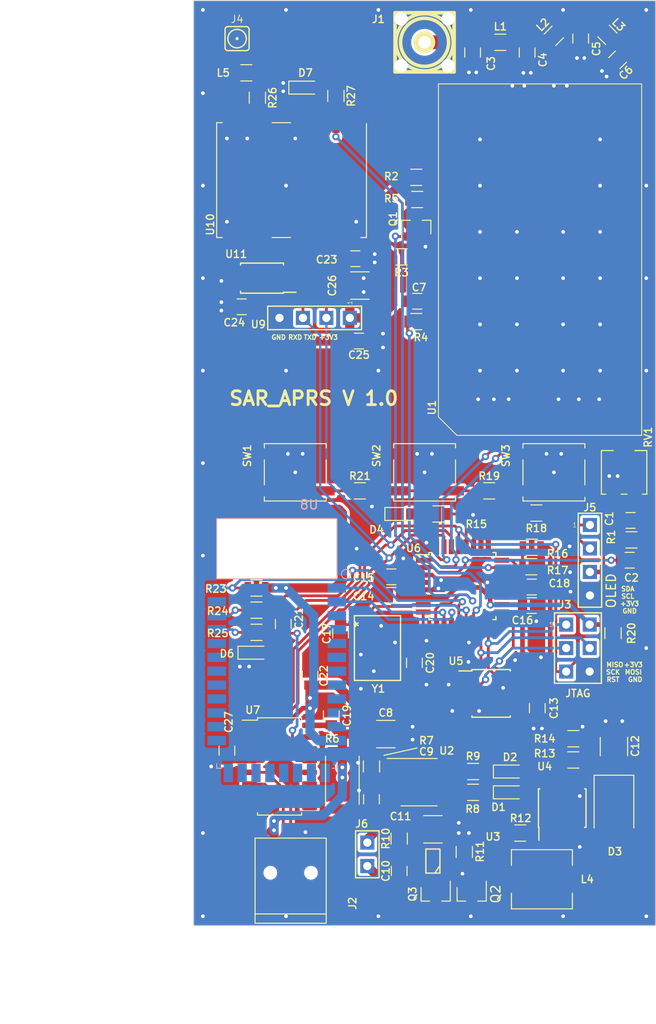
<source format=kicad_pcb>
(kicad_pcb (version 20200104) (host pcbnew "(5.99.0-807-g128ec782d)")
  (layers (0 "F.Cu" signal) (31 "B.Cu" signal) (34 "B.Paste" user hide) (35 "F.Paste" user hide) (36 "B.SilkS" user) (37 "F.SilkS" user) (38 "B.Mask" user hide) (39 "F.Mask" user hide) (44 "Edge.Cuts" user))
  (net 0 "")
  (net 1 "Net-(U1-PadP1)")
  (net 2 "Net-(U1-Pad11)")
  (net 3 "Net-(U1-Pad15)")
  (net 4 "Net-(U1-Pad14)")
  (net 5 "Net-(U1-Pad13)")
  (net 6 "Net-(U1-Pad1)")
  (net 7 "Net-(U1-Pad2)")
  (net 8 "Net-(U1-Pad4)")
  (net 9 "Net-(U1-Pad7)")
  (net 10 "Net-(Q1-Pad3)")
  (net 11 "Net-(C4-Pad1)")
  (net 12 "Net-(C7-Pad2)")
  (net 13 "Net-(R2-Pad1)")
  (net 14 "Net-(J2-Pad2)")
  (net 15 "Net-(J2-Pad3)")
  (net 16 "+3V3")
  (net 17 "Bat-")
  (net 18 "Bat+")
  (net 19 "Net-(R12-Pad1)")
  (net 20 "Net-(J4-Pad1)")
  (net 21 "Net-(RV1-Pad2)")
  (net 22 "Net-(C3-Pad1)")
  (net 23 "GND")
  (net 24 "/CPU/RFMOD_PTT")
  (net 25 "Net-(Q2-Pad1)")
  (net 26 "Net-(Q2-Pad3)")
  (net 27 "Net-(Q3-Pad1)")
  (net 28 "/CPU/RFMOD_RXD")
  (net 29 "Net-(C6-Pad1)")
  (net 30 "Net-(U4-Pad6)")
  (net 31 "Net-(U4-Pad7)")
  (net 32 "Net-(R13-Pad1)")
  (net 33 "/CPU/D12\\MISO")
  (net 34 "Net-(U5-Pad5)")
  (net 35 "/CPU/D13\\SCK")
  (net 36 "/CPU/D11\\MOSI")
  (net 37 "/CPU/RFMOD_MIC")
  (net 38 "Net-(C17-Pad2)")
  (net 39 "Net-(C20-Pad2)")
  (net 40 "/BT_module/BT_RXD")
  (net 41 "/BT_module/BT_CMD")
  (net 42 "/CPU/GPS_PPS")
  (net 43 "Net-(U6-Pad19)")
  (net 44 "Net-(C18-Pad1)")
  (net 45 "Net-(U6-Pad22)")
  (net 46 "/CPU/RFMOD_AUX")
  (net 47 "/CPU/BAT_SENS")
  (net 48 "/CPU/OLED_SDA")
  (net 49 "/CPU/OLED_SCL")
  (net 50 "/CPU/RESET")
  (net 51 "/GPS/GPS_RXD")
  (net 52 "/CPU/GPS_RXD")
  (net 53 "Net-(C21-Pad2)")
  (net 54 "Net-(U7-Pad9)")
  (net 55 "Net-(U7-Pad10)")
  (net 56 "Net-(U7-Pad11)")
  (net 57 "Net-(U7-Pad12)")
  (net 58 "Net-(U7-Pad14)")
  (net 59 "/CPU/VUSB")
  (net 60 "Net-(R24-Pad2)")
  (net 61 "Net-(R25-Pad1)")
  (net 62 "Net-(U8-Pad11)")
  (net 63 "Net-(C1-Pad2)")
  (net 64 "Net-(C2-Pad1)")
  (net 65 "Net-(C5-Pad1)")
  (net 66 "Net-(U7-Pad15)")
  (net 67 "Net-(U7-Pad8)")
  (net 68 "Net-(U7-Pad7)")
  (net 69 "Net-(C9-Pad1)")
  (net 70 "Net-(R9-Pad1)")
  (net 71 "Net-(R8-Pad1)")
  (net 72 "Net-(R7-Pad1)")
  (net 73 "Net-(R11-Pad2)")
  (net 74 "Net-(U3-Pad4)")
  (net 75 "Net-(C10-Pad1)")
  (net 76 "Net-(L5-Pad2)")
  (net 77 "Net-(D3-Pad2)")
  (net 78 "/CPU/LED")
  (net 79 "/BT_module/BT_LED2")
  (net 80 "Net-(D6-Pad2)")
  (net 81 "Net-(R26-Pad2)")
  (net 82 "Net-(D7-Pad2)")
  (net 83 "Net-(D1-Pad1)")
  (net 84 "Net-(D2-Pad1)")
  (net 85 "Net-(D4-Pad2)")
  (net 86 "Net-(J2-Pad4)")
  (net 87 "Net-(U10-Pad19)")
  (net 88 "Net-(U10-Pad18)")
  (net 89 "Net-(U10-Pad17)")
  (net 90 "Net-(U10-Pad16)")
  (net 91 "Net-(U10-Pad15)")
  (net 92 "Net-(U10-Pad14)")
  (net 93 "Net-(U10-Pad6)")
  (net 94 "Net-(U10-Pad5)")
  (net 95 "Net-(U10-Pad4)")
  (net 96 "Net-(U10-Pad2)")
  (net 97 "Net-(U10-Pad1)")
  (net 98 "/BT_module/BT_TXD")
  (net 99 "/CPU/BUTTON")
  (net 100 "Net-(R19-Pad2)")
  (net 101 "Net-(R21-Pad2)")
  (net 102 "/CPU/RFMOD_TXD")
  (module "w_conn_rf:sma_straight_32k101-400l5" (layer "F.Cu") (at 125 54.5 180)
    (fp_text reference "J1" (at 5 2.5 180) (layer "F.SilkS") (effects (font (size 0.8 0.8))))
    (fp_text value "uFl" hide)
    (pad "2" thru_hole circle (at 2.54 2.54 180) (size 2.5 2.5) (drill 1.45) (layers *.Cu *.Mask) (net 23 "GND"))
    (pad "2" thru_hole circle (at -2.54 2.54 180) (size 2.5 2.5) (drill 1.45) (layers *.Cu *.Mask) (net 23 "GND"))
    (pad "2" thru_hole circle (at -2.54 -2.54 180) (size 2.5 2.5) (drill 1.45) (layers *.Cu *.Mask) (net 23 "GND"))
    (pad "2" thru_hole circle (at 2.54 -2.54 180) (size 2.5 2.5) (drill 1.45) (layers *.Cu *.Mask) (net 23 "GND"))
    (pad "1" thru_hole circle (at 0 0 180) (size 2.3 2.3) (drill 1.35) (layers *.Cu *.Mask "F.SilkS") (net 22 "Net-(C3-Pad1)"))
  )
  (module "Mlab_XTAL:ISM81" (layer "F.Cu") (at 119.9 120 -90)
    (fp_text reference "Y1" (at 4.4 -0.1) (layer "F.SilkS") (effects (font (size 0.8 0.8))))
    (fp_text value "16MHz" hide)
    (fp_text user "*" (at -2.5781 1.9812 -90) (layer "F.SilkS"))
    (pad "4" smd rect (at -2.54 -1.85 270) (size 2.4 1.5) (layers "F.Cu" "F.Paste" "F.Mask") (net 23 "GND"))
    (pad "3" smd rect (at 2.54 -1.85 270) (size 2.4 1.5) (layers "F.Cu" "F.Paste" "F.Mask") (net 39 "Net-(C20-Pad2)"))
    (pad "2" smd rect (at 2.54 1.85 270) (size 2.4 1.5) (layers "F.Cu" "F.Paste" "F.Mask") (net 23 "GND"))
    (pad "1" smd rect (at -2.54 1.85 270) (size 2.4 1.5) (layers "F.Cu" "F.Paste" "F.Mask") (net 38 "Net-(C17-Pad2)"))
  )
  (module "LEDs:LED_0805" (layer "F.Cu") (at 112.1 59.4)
    (fp_text reference "D7" (at 0 -1.6) (layer "F.SilkS") (effects (font (size 0.8 0.8))))
    (fp_text value "LED" hide)
    (pad "2" smd rect (at 1.1 0 180) (size 1.2 1.2) (layers "F.Cu" "F.Paste" "F.Mask") (net 82 "Net-(D7-Pad2)"))
    (pad "1" smd rect (at -1.1 0 180) (size 1.2 1.2) (layers "F.Cu" "F.Paste" "F.Mask") (net 23 "GND"))
  )
  (module "LEDs:LED_0805" (layer "F.Cu") (at 106.6 120.5)
    (fp_text reference "D6" (at -3 0.1) (layer "F.SilkS") (effects (font (size 0.8 0.8))))
    (fp_text value "LED" hide)
    (pad "2" smd rect (at 1.1 0 180) (size 1.2 1.2) (layers "F.Cu" "F.Paste" "F.Mask") (net 80 "Net-(D6-Pad2)"))
    (pad "1" smd rect (at -1.1 0 180) (size 1.2 1.2) (layers "F.Cu" "F.Paste" "F.Mask") (net 23 "GND"))
  )
  (module "LEDs:LED_0805" (layer "F.Cu") (at 122.5 105.5)
    (fp_text reference "D4" (at -2.7 1.7) (layer "F.SilkS") (effects (font (size 0.8 0.8))))
    (fp_text value "LED" hide)
    (pad "2" smd rect (at 1.1 0 180) (size 1.2 1.2) (layers "F.Cu" "F.Paste" "F.Mask") (net 85 "Net-(D4-Pad2)"))
    (pad "1" smd rect (at -1.1 0 180) (size 1.2 1.2) (layers "F.Cu" "F.Paste" "F.Mask") (net 23 "GND"))
  )
  (module "LEDs:LED_0805" (layer "F.Cu") (at 134.249999 133.35)
    (fp_text reference "D2" (at 0 -1.55) (layer "F.SilkS") (effects (font (size 0.8 0.8))))
    (fp_text value "LED" hide)
    (pad "2" smd rect (at 1.1 0 180) (size 1.2 1.2) (layers "F.Cu" "F.Paste" "F.Mask") (net 69 "Net-(C9-Pad1)"))
    (pad "1" smd rect (at -1.1 0 180) (size 1.2 1.2) (layers "F.Cu" "F.Paste" "F.Mask") (net 84 "Net-(D2-Pad1)"))
  )
  (module "LEDs:LED_0805" (layer "F.Cu") (at 134.25 135.6)
    (fp_text reference "D1" (at -1.25 1.6) (layer "F.SilkS") (effects (font (size 0.8 0.8))))
    (fp_text value "LED" hide)
    (pad "2" smd rect (at 1.1 0 180) (size 1.2 1.2) (layers "F.Cu" "F.Paste" "F.Mask") (net 69 "Net-(C9-Pad1)"))
    (pad "1" smd rect (at -1.1 0 180) (size 1.2 1.2) (layers "F.Cu" "F.Paste" "F.Mask") (net 83 "Net-(D1-Pad1)"))
  )
  (module "Resistors_SMD:R_0805" (layer "F.Cu") (at 115.4 60.3 -90)
    (fp_text reference "R27" (at 0 -1.65 -90) (layer "F.SilkS") (effects (font (size 0.8 0.8))))
    (fp_text value "1k" hide)
    (pad "1" smd rect (at -0.95 0 270) (size 0.7 1.3) (layers "F.Cu" "F.Paste" "F.Mask") (net 82 "Net-(D7-Pad2)"))
    (pad "2" smd rect (at 0.95 0 270) (size 0.7 1.3) (layers "F.Cu" "F.Paste" "F.Mask") (net 42 "/CPU/GPS_PPS"))
  )
  (module "Resistors_SMD:R_0805" (layer "F.Cu") (at 106.9 60.499999 -90)
    (fp_text reference "R26" (at 0 -1.65 -90) (layer "F.SilkS") (effects (font (size 0.8 0.8))))
    (fp_text value "100" hide)
    (pad "1" smd rect (at -0.95 0 270) (size 0.7 1.3) (layers "F.Cu" "F.Paste" "F.Mask") (net 76 "Net-(L5-Pad2)"))
    (pad "2" smd rect (at 0.95 0 270) (size 0.7 1.3) (layers "F.Cu" "F.Paste" "F.Mask") (net 81 "Net-(R26-Pad2)"))
  )
  (module "Resistors_SMD:R_0805" (layer "F.Cu") (at 106.8 118.3)
    (fp_text reference "R25" (at -4.2 0.1) (layer "F.SilkS") (effects (font (size 0.8 0.8))))
    (fp_text value "100k" hide)
    (pad "1" smd rect (at -0.95 0) (size 0.7 1.3) (layers "F.Cu" "F.Paste" "F.Mask") (net 61 "Net-(R25-Pad1)"))
    (pad "2" smd rect (at 0.95 0) (size 0.7 1.3) (layers "F.Cu" "F.Paste" "F.Mask") (net 80 "Net-(D6-Pad2)"))
  )
  (module "Resistors_SMD:R_0805" (layer "F.Cu") (at 106.8 115.9 180)
    (fp_text reference "R24" (at 4.2 -0.1 180) (layer "F.SilkS") (effects (font (size 0.8 0.8))))
    (fp_text value "100k" hide)
    (pad "1" smd rect (at -0.95 0 180) (size 0.7 1.3) (layers "F.Cu" "F.Paste" "F.Mask") (net 79 "/BT_module/BT_LED2"))
    (pad "2" smd rect (at 0.95 0 180) (size 0.7 1.3) (layers "F.Cu" "F.Paste" "F.Mask") (net 60 "Net-(R24-Pad2)"))
  )
  (module "Resistors_SMD:R_0805" (layer "F.Cu") (at 106.8 113.5 180)
    (fp_text reference "R23" (at 4.4 -0.1 180) (layer "F.SilkS") (effects (font (size 0.8 0.8))))
    (fp_text value "100k" hide)
    (pad "1" smd rect (at -0.95 0 180) (size 0.7 1.3) (layers "F.Cu" "F.Paste" "F.Mask") (net 16 "+3V3"))
    (pad "2" smd rect (at 0.95 0 180) (size 0.7 1.3) (layers "F.Cu" "F.Paste" "F.Mask") (net 41 "/BT_module/BT_CMD"))
  )
  (module "Resistors_SMD:R_0805" (layer "F.Cu") (at 118 103 180)
    (fp_text reference "R21" (at 0 1.6 180) (layer "F.SilkS") (effects (font (size 0.8 0.8))))
    (fp_text value "620" hide)
    (pad "1" smd rect (at -0.95 0 180) (size 0.7 1.3) (layers "F.Cu" "F.Paste" "F.Mask") (net 100 "Net-(R19-Pad2)"))
    (pad "2" smd rect (at 0.95 0 180) (size 0.7 1.3) (layers "F.Cu" "F.Paste" "F.Mask") (net 101 "Net-(R21-Pad2)"))
  )
  (module "Resistors_SMD:R_0805" (layer "F.Cu") (at 145.4 118.4 90)
    (fp_text reference "R20" (at 0 2 90) (layer "F.SilkS") (effects (font (size 0.8 0.8))))
    (fp_text value "1k" hide)
    (pad "1" smd rect (at -0.95 0 90) (size 0.7 1.3) (layers "F.Cu" "F.Paste" "F.Mask") (net 50 "/CPU/RESET"))
    (pad "2" smd rect (at 0.95 0 90) (size 0.7 1.3) (layers "F.Cu" "F.Paste" "F.Mask") (net 16 "+3V3"))
  )
  (module "Resistors_SMD:R_0805" (layer "F.Cu") (at 132 103 180)
    (fp_text reference "R19" (at 0 1.6 180) (layer "F.SilkS") (effects (font (size 0.8 0.8))))
    (fp_text value "330" hide)
    (pad "1" smd rect (at -0.95 0 180) (size 0.7 1.3) (layers "F.Cu" "F.Paste" "F.Mask") (net 99 "/CPU/BUTTON"))
    (pad "2" smd rect (at 0.95 0 180) (size 0.7 1.3) (layers "F.Cu" "F.Paste" "F.Mask") (net 100 "Net-(R19-Pad2)"))
  )
  (module "Resistors_SMD:R_0805" (layer "F.Cu") (at 137.1 105.4 180)
    (fp_text reference "R18" (at 0 -1.65 180) (layer "F.SilkS") (effects (font (size 0.8 0.8))))
    (fp_text value "2K" hide)
    (pad "1" smd rect (at -0.95 0 180) (size 0.7 1.3) (layers "F.Cu" "F.Paste" "F.Mask") (net 16 "+3V3"))
    (pad "2" smd rect (at 0.95 0 180) (size 0.7 1.3) (layers "F.Cu" "F.Paste" "F.Mask") (net 99 "/CPU/BUTTON"))
  )
  (module "Resistors_SMD:R_0805" (layer "F.Cu") (at 136.55 111.2)
    (fp_text reference "R17" (at 2.85 0.4) (layer "F.SilkS") (effects (font (size 0.8 0.8))))
    (fp_text value "3k3" hide)
    (pad "1" smd rect (at -0.95 0) (size 0.7 1.3) (layers "F.Cu" "F.Paste" "F.Mask") (net 47 "/CPU/BAT_SENS"))
    (pad "2" smd rect (at 0.95 0) (size 0.7 1.3) (layers "F.Cu" "F.Paste" "F.Mask") (net 23 "GND"))
  )
  (module "Resistors_SMD:R_0805" (layer "F.Cu") (at 136.6 109.1 180)
    (fp_text reference "R16" (at -2.8 -0.7 180) (layer "F.SilkS") (effects (font (size 0.8 0.8))))
    (fp_text value "10k" hide)
    (pad "1" smd rect (at -0.95 0 180) (size 0.7 1.3) (layers "F.Cu" "F.Paste" "F.Mask") (net 18 "Bat+"))
    (pad "2" smd rect (at 0.95 0 180) (size 0.7 1.3) (layers "F.Cu" "F.Paste" "F.Mask") (net 47 "/CPU/BAT_SENS"))
  )
  (module "Resistors_SMD:R_0805" (layer "F.Cu") (at 126.5 105.5)
    (fp_text reference "R15" (at 4.1 1.1) (layer "F.SilkS") (effects (font (size 0.8 0.8))))
    (fp_text value "1k" hide)
    (pad "1" smd rect (at -0.95 0) (size 0.7 1.3) (layers "F.Cu" "F.Paste" "F.Mask") (net 85 "Net-(D4-Pad2)"))
    (pad "2" smd rect (at 0.95 0) (size 0.7 1.3) (layers "F.Cu" "F.Paste" "F.Mask") (net 78 "/CPU/LED"))
  )
  (module "Resistors_SMD:R_0805" (layer "F.Cu") (at 141.1 129.8 180)
    (fp_text reference "R14" (at 3.1 0 180) (layer "F.SilkS") (effects (font (size 0.8 0.8))))
    (fp_text value "1k5" hide)
    (pad "1" smd rect (at -0.95 0 180) (size 0.7 1.3) (layers "F.Cu" "F.Paste" "F.Mask") (net 23 "GND"))
    (pad "2" smd rect (at 0.95 0 180) (size 0.7 1.3) (layers "F.Cu" "F.Paste" "F.Mask") (net 32 "Net-(R13-Pad1)"))
  )
  (module "Resistors_SMD:R_0805" (layer "F.Cu") (at 141.1 132.1)
    (fp_text reference "R13" (at -3.1 -0.7) (layer "F.SilkS") (effects (font (size 0.8 0.8))))
    (fp_text value "2k4" hide)
    (pad "1" smd rect (at -0.95 0) (size 0.7 1.3) (layers "F.Cu" "F.Paste" "F.Mask") (net 32 "Net-(R13-Pad1)"))
    (pad "2" smd rect (at 0.95 0) (size 0.7 1.3) (layers "F.Cu" "F.Paste" "F.Mask") (net 16 "+3V3"))
  )
  (module "Resistors_SMD:R_0805" (layer "F.Cu") (at 135.35 140 180)
    (fp_text reference "R12" (at -0.05 1.6 180) (layer "F.SilkS") (effects (font (size 0.8 0.8))))
    (fp_text value "?" hide)
    (pad "1" smd rect (at -0.95 0 180) (size 0.7 1.3) (layers "F.Cu" "F.Paste" "F.Mask") (net 19 "Net-(R12-Pad1)"))
    (pad "2" smd rect (at 0.95 0 180) (size 0.7 1.3) (layers "F.Cu" "F.Paste" "F.Mask") (net 18 "Bat+"))
  )
  (module "Resistors_SMD:R_0805" (layer "F.Cu") (at 129.3 142.05 -90)
    (fp_text reference "R11" (at -0.05 -1.7 -90) (layer "F.SilkS") (effects (font (size 0.8 0.8))))
    (fp_text value "1k" hide)
    (pad "1" smd rect (at -0.95 0 270) (size 0.7 1.3) (layers "F.Cu" "F.Paste" "F.Mask") (net 23 "GND"))
    (pad "2" smd rect (at 0.95 0 270) (size 0.7 1.3) (layers "F.Cu" "F.Paste" "F.Mask") (net 73 "Net-(R11-Pad2)"))
  )
  (module "Resistors_SMD:R_0805" (layer "F.Cu") (at 122.25 140.6 90)
    (fp_text reference "R10" (at 0 -1.45 90) (layer "F.SilkS") (effects (font (size 0.8 0.8))))
    (fp_text value "100" hide)
    (pad "1" smd rect (at -0.95 0 90) (size 0.7 1.3) (layers "F.Cu" "F.Paste" "F.Mask") (net 75 "Net-(C10-Pad1)"))
    (pad "2" smd rect (at 0.95 0 90) (size 0.7 1.3) (layers "F.Cu" "F.Paste" "F.Mask") (net 18 "Bat+"))
  )
  (module "Resistors_SMD:R_0805" (layer "F.Cu") (at 130.25 133.35)
    (fp_text reference "R9" (at 0 -1.65) (layer "F.SilkS") (effects (font (size 0.8 0.8))))
    (fp_text value "1k" hide)
    (pad "1" smd rect (at -0.95 0) (size 0.7 1.3) (layers "F.Cu" "F.Paste" "F.Mask") (net 70 "Net-(R9-Pad1)"))
    (pad "2" smd rect (at 0.95 0) (size 0.7 1.3) (layers "F.Cu" "F.Paste" "F.Mask") (net 84 "Net-(D2-Pad1)"))
  )
  (module "Resistors_SMD:R_0805" (layer "F.Cu") (at 130.25 135.6)
    (fp_text reference "R8" (at -0.05 1.8) (layer "F.SilkS") (effects (font (size 0.8 0.8))))
    (fp_text value "1k" hide)
    (pad "1" smd rect (at -0.95 0) (size 0.7 1.3) (layers "F.Cu" "F.Paste" "F.Mask") (net 71 "Net-(R8-Pad1)"))
    (pad "2" smd rect (at 0.95 0) (size 0.7 1.3) (layers "F.Cu" "F.Paste" "F.Mask") (net 83 "Net-(D1-Pad1)"))
  )
  (module "Resistors_SMD:R_0805" (layer "F.Cu") (at 119.25 132.800001 90)
    (fp_text reference "R7" (at 2.800001 5.95 180) (layer "F.SilkS") (effects (font (size 0.8 0.8))))
    (fp_text value "1k2" hide)
    (pad "1" smd rect (at -0.95 0 90) (size 0.7 1.3) (layers "F.Cu" "F.Paste" "F.Mask") (net 72 "Net-(R7-Pad1)"))
    (pad "2" smd rect (at 0.95 0 90) (size 0.7 1.3) (layers "F.Cu" "F.Paste" "F.Mask") (net 23 "GND"))
  )
  (module "Resistors_SMD:R_0805" (layer "F.Cu") (at 124.2 71.5)
    (fp_text reference "R5" (at -2.8 -0.1) (layer "F.SilkS") (effects (font (size 0.8 0.8))))
    (fp_text value "10k" hide)
    (pad "1" smd rect (at -0.95 0) (size 0.7 1.3) (layers "F.Cu" "F.Paste" "F.Mask") (net 24 "/CPU/RFMOD_PTT"))
    (pad "2" smd rect (at 0.95 0) (size 0.7 1.3) (layers "F.Cu" "F.Paste" "F.Mask") (net 23 "GND"))
  )
  (module "Resistors_SMD:R_0805" (layer "F.Cu") (at 124.1 84.7)
    (fp_text reference "R4" (at 0.5 1.7) (layer "F.SilkS") (effects (font (size 0.8 0.8))))
    (fp_text value "100k" hide)
    (pad "1" smd rect (at -0.95 0) (size 0.7 1.3) (layers "F.Cu" "F.Paste" "F.Mask") (net 46 "/CPU/RFMOD_AUX"))
    (pad "2" smd rect (at 0.95 0) (size 0.7 1.3) (layers "F.Cu" "F.Paste" "F.Mask") (net 23 "GND"))
  )
  (module "Resistors_SMD:R_0805" (layer "F.Cu") (at 122.5 77.7)
    (fp_text reference "R3" (at 0 1.7) (layer "F.SilkS") (effects (font (size 0.8 0.8))))
    (fp_text value "100k" hide)
    (pad "1" smd rect (at -0.95 0) (size 0.7 1.3) (layers "F.Cu" "F.Paste" "F.Mask") (net 16 "+3V3"))
    (pad "2" smd rect (at 0.95 0) (size 0.7 1.3) (layers "F.Cu" "F.Paste" "F.Mask") (net 46 "/CPU/RFMOD_AUX"))
  )
  (module "Resistors_SMD:R_0805" (layer "F.Cu") (at 124.1 69.1 180)
    (fp_text reference "R2" (at 2.7 0.1 180) (layer "F.SilkS") (effects (font (size 0.8 0.8))))
    (fp_text value "4k7" hide)
    (pad "1" smd rect (at -0.95 0 180) (size 0.7 1.3) (layers "F.Cu" "F.Paste" "F.Mask") (net 13 "Net-(R2-Pad1)"))
    (pad "2" smd rect (at 0.95 0 180) (size 0.7 1.3) (layers "F.Cu" "F.Paste" "F.Mask") (net 16 "+3V3"))
  )
  (module "Resistors_SMD:R_0805" (layer "F.Cu") (at 147.4 108.3)
    (fp_text reference "R1" (at -2.2 -0.3 90) (layer "F.SilkS") (effects (font (size 0.8 0.8))))
    (fp_text value "620" hide)
    (pad "1" smd rect (at -0.95 0) (size 0.7 1.3) (layers "F.Cu" "F.Paste" "F.Mask") (net 64 "Net-(C2-Pad1)"))
    (pad "2" smd rect (at 0.95 0) (size 0.7 1.3) (layers "F.Cu" "F.Paste" "F.Mask") (net 63 "Net-(C1-Pad2)"))
  )
  (module "Capacitors_SMD:C_0805" (layer "F.Cu") (at 103.6 131.1 90)
    (fp_text reference "C27" (at 3.1 0.2 90) (layer "F.SilkS") (effects (font (size 0.8 0.8))))
    (fp_text value "100nF" hide)
    (pad "1" smd rect (at -1 0 90) (size 1 1.25) (layers "F.Cu" "F.Paste" "F.Mask") (net 16 "+3V3"))
    (pad "2" smd rect (at 1 0 90) (size 1 1.25) (layers "F.Cu" "F.Paste" "F.Mask") (net 23 "GND"))
  )
  (module "Capacitors_SMD:C_0805" (layer "F.Cu") (at 117.9 86.8 180)
    (fp_text reference "C25" (at 0 -1.5 180) (layer "F.SilkS") (effects (font (size 0.8 0.8))))
    (fp_text value "100nF" hide)
    (pad "1" smd rect (at -1 0 180) (size 1 1.25) (layers "F.Cu" "F.Paste" "F.Mask") (net 23 "GND"))
    (pad "2" smd rect (at 1 0 180) (size 1 1.25) (layers "F.Cu" "F.Paste" "F.Mask") (net 16 "+3V3"))
  )
  (module "Capacitors_SMD:C_0805" (layer "F.Cu") (at 105.2 83.1)
    (fp_text reference "C24" (at -0.8 1.7) (layer "F.SilkS") (effects (font (size 0.8 0.8))))
    (fp_text value "100nF" hide)
    (pad "1" smd rect (at -1 0) (size 1 1.25) (layers "F.Cu" "F.Paste" "F.Mask") (net 23 "GND"))
    (pad "2" smd rect (at 1 0) (size 1 1.25) (layers "F.Cu" "F.Paste" "F.Mask") (net 16 "+3V3"))
  )
  (module "Capacitors_SMD:C_0805" (layer "F.Cu") (at 117.5 77.9 180)
    (fp_text reference "C23" (at 3.1 -0.1 180) (layer "F.SilkS") (effects (font (size 0.8 0.8))))
    (fp_text value "100nF" hide)
    (pad "1" smd rect (at -1 0 180) (size 1 1.25) (layers "F.Cu" "F.Paste" "F.Mask") (net 23 "GND"))
    (pad "2" smd rect (at 1 0 180) (size 1 1.25) (layers "F.Cu" "F.Paste" "F.Mask") (net 16 "+3V3"))
  )
  (module "Capacitors_SMD:C_0805" (layer "F.Cu") (at 112.6 123 -90)
    (fp_text reference "C22" (at 0 -1.5 -90) (layer "F.SilkS") (effects (font (size 0.8 0.8))))
    (fp_text value "100nF" hide)
    (pad "1" smd rect (at -1 0 270) (size 1 1.25) (layers "F.Cu" "F.Paste" "F.Mask") (net 23 "GND"))
    (pad "2" smd rect (at 1 0 270) (size 1 1.25) (layers "F.Cu" "F.Paste" "F.Mask") (net 16 "+3V3"))
  )
  (module "Capacitors_SMD:C_0805" (layer "F.Cu") (at 109.7 117.4 -90)
    (fp_text reference "C21" (at -0.6 -1.7 -90) (layer "F.SilkS") (effects (font (size 0.8 0.8))))
    (fp_text value "100nF" hide)
    (pad "1" smd rect (at -1 0 270) (size 1 1.25) (layers "F.Cu" "F.Paste" "F.Mask") (net 50 "/CPU/RESET"))
    (pad "2" smd rect (at 1 0 270) (size 1 1.25) (layers "F.Cu" "F.Paste" "F.Mask") (net 53 "Net-(C21-Pad2)"))
  )
  (module "Capacitors_SMD:C_0805" (layer "F.Cu") (at 123.9 121.6 -90)
    (fp_text reference "C20" (at 0 -1.7 -90) (layer "F.SilkS") (effects (font (size 0.8 0.8))))
    (fp_text value "22pF" hide)
    (pad "1" smd rect (at -1 0 270) (size 1 1.25) (layers "F.Cu" "F.Paste" "F.Mask") (net 23 "GND"))
    (pad "2" smd rect (at 1 0 270) (size 1 1.25) (layers "F.Cu" "F.Paste" "F.Mask") (net 39 "Net-(C20-Pad2)"))
  )
  (module "Capacitors_SMD:C_0805" (layer "F.Cu") (at 114.9 127.3 90)
    (fp_text reference "C19" (at 0 1.7 90) (layer "F.SilkS") (effects (font (size 0.8 0.8))))
    (fp_text value "100nF" hide)
    (pad "1" smd rect (at -1 0 90) (size 1 1.25) (layers "F.Cu" "F.Paste" "F.Mask") (net 59 "/CPU/VUSB"))
    (pad "2" smd rect (at 1 0 90) (size 1 1.25) (layers "F.Cu" "F.Paste" "F.Mask") (net 23 "GND"))
  )
  (module "Capacitors_SMD:C_0805" (layer "F.Cu") (at 136.6 113.4)
    (fp_text reference "C18" (at 3 -0.4) (layer "F.SilkS") (effects (font (size 0.8 0.8))))
    (fp_text value "100nF" hide)
    (pad "1" smd rect (at -1 0) (size 1 1.25) (layers "F.Cu" "F.Paste" "F.Mask") (net 44 "Net-(C18-Pad1)"))
    (pad "2" smd rect (at 1 0) (size 1 1.25) (layers "F.Cu" "F.Paste" "F.Mask") (net 23 "GND"))
  )
  (module "Capacitors_SMD:C_0805" (layer "F.Cu") (at 115.9 118.4 90)
    (fp_text reference "C17" (at 0 -1.5 90) (layer "F.SilkS") (effects (font (size 0.8 0.8))))
    (fp_text value "22pF" hide)
    (pad "1" smd rect (at -1 0 90) (size 1 1.25) (layers "F.Cu" "F.Paste" "F.Mask") (net 23 "GND"))
    (pad "2" smd rect (at 1 0 90) (size 1 1.25) (layers "F.Cu" "F.Paste" "F.Mask") (net 38 "Net-(C17-Pad2)"))
  )
  (module "Capacitors_SMD:C_0805" (layer "F.Cu") (at 136.6 115.4 180)
    (fp_text reference "C16" (at 1 -1.6 180) (layer "F.SilkS") (effects (font (size 0.8 0.8))))
    (fp_text value "100nF" hide)
    (pad "1" smd rect (at -1 0 180) (size 1 1.25) (layers "F.Cu" "F.Paste" "F.Mask") (net 23 "GND"))
    (pad "2" smd rect (at 1 0 180) (size 1 1.25) (layers "F.Cu" "F.Paste" "F.Mask") (net 16 "+3V3"))
  )
  (module "Capacitors_SMD:C_0805" (layer "F.Cu") (at 121.4 112.3)
    (fp_text reference "C15" (at -3 0.1) (layer "F.SilkS") (effects (font (size 0.8 0.8))))
    (fp_text value "100nF" hide)
    (pad "1" smd rect (at -1 0) (size 1 1.25) (layers "F.Cu" "F.Paste" "F.Mask") (net 23 "GND"))
    (pad "2" smd rect (at 1 0) (size 1 1.25) (layers "F.Cu" "F.Paste" "F.Mask") (net 16 "+3V3"))
  )
  (module "Capacitors_SMD:C_0805" (layer "F.Cu") (at 121.4 114.3 180)
    (fp_text reference "C14" (at 3 -0.1 180) (layer "F.SilkS") (effects (font (size 0.8 0.8))))
    (fp_text value "100nF" hide)
    (pad "1" smd rect (at -1 0 180) (size 1 1.25) (layers "F.Cu" "F.Paste" "F.Mask") (net 16 "+3V3"))
    (pad "2" smd rect (at 1 0 180) (size 1 1.25) (layers "F.Cu" "F.Paste" "F.Mask") (net 23 "GND"))
  )
  (module "Capacitors_SMD:C_0805" (layer "F.Cu") (at 137.2 126.5 -90)
    (fp_text reference "C13" (at 0 -1.8 -90) (layer "F.SilkS") (effects (font (size 0.8 0.8))))
    (fp_text value "100nF" hide)
    (pad "1" smd rect (at -1 0 270) (size 1 1.25) (layers "F.Cu" "F.Paste" "F.Mask") (net 16 "+3V3"))
    (pad "2" smd rect (at 1 0 270) (size 1 1.25) (layers "F.Cu" "F.Paste" "F.Mask") (net 23 "GND"))
  )
  (module "Capacitors_SMD:C_0805" (layer "F.Cu") (at 122.25 144.1 -90)
    (fp_text reference "C10" (at 0 1.45 -90) (layer "F.SilkS") (effects (font (size 0.8 0.8))))
    (fp_text value "100nF" hide)
    (pad "1" smd rect (at -1 0 270) (size 1 1.25) (layers "F.Cu" "F.Paste" "F.Mask") (net 75 "Net-(C10-Pad1)"))
    (pad "2" smd rect (at 1 0 270) (size 1 1.25) (layers "F.Cu" "F.Paste" "F.Mask") (net 17 "Bat-"))
  )
  (module "Capacitors_SMD:C_0805" (layer "F.Cu") (at 119.25 136.35 90)
    (fp_text reference "C9" (at 5.15 5.95 180) (layer "F.SilkS") (effects (font (size 0.8 0.8))))
    (fp_text value "100nF" hide)
    (pad "1" smd rect (at -1 0 90) (size 1 1.25) (layers "F.Cu" "F.Paste" "F.Mask") (net 69 "Net-(C9-Pad1)"))
    (pad "2" smd rect (at 1 0 90) (size 1 1.25) (layers "F.Cu" "F.Paste" "F.Mask") (net 23 "GND"))
  )
  (module "Capacitors_SMD:C_0805" (layer "F.Cu") (at 124.2 82.5)
    (fp_text reference "C7" (at 0.2 -1.5) (layer "F.SilkS") (effects (font (size 0.8 0.8))))
    (fp_text value "100nF" hide)
    (pad "1" smd rect (at -1 0) (size 1 1.25) (layers "F.Cu" "F.Paste" "F.Mask") (net 46 "/CPU/RFMOD_AUX"))
    (pad "2" smd rect (at 1 0) (size 1 1.25) (layers "F.Cu" "F.Paste" "F.Mask") (net 12 "Net-(C7-Pad2)"))
  )
  (module "Capacitors_SMD:C_0805" (layer "F.Cu") (at 147.2 110.5 180)
    (fp_text reference "C2" (at -0.2 -1.9 180) (layer "F.SilkS") (effects (font (size 0.8 0.8))))
    (fp_text value "10uF" hide)
    (pad "1" smd rect (at -1 0 180) (size 1 1.25) (layers "F.Cu" "F.Paste" "F.Mask") (net 64 "Net-(C2-Pad1)"))
    (pad "2" smd rect (at 1 0 180) (size 1 1.25) (layers "F.Cu" "F.Paste" "F.Mask") (net 37 "/CPU/RFMOD_MIC"))
  )
  (module "Capacitors_SMD:C_0805" (layer "F.Cu") (at 147.3 106.2)
    (fp_text reference "C1" (at -2.3 -0.2 90) (layer "F.SilkS") (effects (font (size 0.8 0.8))))
    (fp_text value "100nF" hide)
    (pad "1" smd rect (at -1 0) (size 1 1.25) (layers "F.Cu" "F.Paste" "F.Mask") (net 23 "GND"))
    (pad "2" smd rect (at 1 0) (size 1 1.25) (layers "F.Cu" "F.Paste" "F.Mask") (net 63 "Net-(C1-Pad2)"))
  )
  (module "Buttons_Switches_SMD:SW_SPST_EVQP0" (layer "F.Cu") (at 111 101)
    (fp_text reference "SW1" (at -5.2 -1.8 90) (layer "F.SilkS") (effects (font (size 0.8 0.8))))
    (fp_text value "SW_DPST_x2" hide)
    (pad "1" smd rect (at 2.88 -2) (size 2.75 1) (layers "F.Cu" "F.Paste" "F.Mask") (net 23 "GND"))
    (pad "1" smd rect (at -2.88 -2) (size 2.75 1) (layers "F.Cu" "F.Paste" "F.Mask") (net 23 "GND"))
    (pad "2" smd rect (at -2.88 2) (size 2.75 1) (layers "F.Cu" "F.Paste" "F.Mask") (net 101 "Net-(R21-Pad2)"))
    (pad "2" smd rect (at 2.88 2) (size 2.75 1) (layers "F.Cu" "F.Paste" "F.Mask") (net 101 "Net-(R21-Pad2)"))
  )
  (module "Buttons_Switches_SMD:SW_SPST_EVQP0" (layer "F.Cu") (at 125 101)
    (fp_text reference "SW2" (at -5.2 -1.8 90) (layer "F.SilkS") (effects (font (size 0.8 0.8))))
    (fp_text value "SW_DPST_x2" hide)
    (pad "1" smd rect (at 2.88 -2) (size 2.75 1) (layers "F.Cu" "F.Paste" "F.Mask") (net 23 "GND"))
    (pad "1" smd rect (at -2.88 -2) (size 2.75 1) (layers "F.Cu" "F.Paste" "F.Mask") (net 23 "GND"))
    (pad "2" smd rect (at -2.88 2) (size 2.75 1) (layers "F.Cu" "F.Paste" "F.Mask") (net 100 "Net-(R19-Pad2)"))
    (pad "2" smd rect (at 2.88 2) (size 2.75 1) (layers "F.Cu" "F.Paste" "F.Mask") (net 100 "Net-(R19-Pad2)"))
  )
  (module "Buttons_Switches_SMD:SW_SPST_EVQP0" (layer "F.Cu") (at 139 101)
    (fp_text reference "SW3" (at -5.2 -1.8 90) (layer "F.SilkS") (effects (font (size 0.8 0.8))))
    (fp_text value "SW_DPST_x2" hide)
    (pad "1" smd rect (at 2.88 -2) (size 2.75 1) (layers "F.Cu" "F.Paste" "F.Mask") (net 23 "GND"))
    (pad "1" smd rect (at -2.88 -2) (size 2.75 1) (layers "F.Cu" "F.Paste" "F.Mask") (net 23 "GND"))
    (pad "2" smd rect (at -2.88 2) (size 2.75 1) (layers "F.Cu" "F.Paste" "F.Mask") (net 99 "/CPU/BUTTON"))
    (pad "2" smd rect (at 2.88 2) (size 2.75 1) (layers "F.Cu" "F.Paste" "F.Mask") (net 99 "/CPU/BUTTON"))
  )
  (module "Diodes_SMD:D_SMB" (layer "F.Cu") (at 145.5 137.3 -90)
    (fp_text reference "D3" (at 4.7 -0.1) (layer "F.SilkS") (effects (font (size 0.8 0.8))))
    (fp_text value "MBRS130T3G" hide)
    (pad "1" smd rect (at -2.15 0 270) (size 2.5 2.3) (layers "F.Cu" "F.Paste" "F.Mask") (net 16 "+3V3"))
    (pad "2" smd rect (at 2.15 0 270) (size 2.5 2.3) (layers "F.Cu" "F.Paste" "F.Mask") (net 77 "Net-(D3-Pad2)"))
  )
  (module "Mlab_Pin_Headers:Straight_1x02" (layer "F.Cu") (at 118.8 142.3)
    (fp_text reference "J6" (at -0.6 -3.3) (layer "F.SilkS") (effects (font (size 0.8 0.8))))
    (fp_text value "HEADER_1x02" hide)
    (pad "1" thru_hole rect (at 0 -1.27) (size 1.524 1.524) (drill 0.889) (layers *.Cu *.Mask) (net 18 "Bat+"))
    (pad "2" thru_hole rect (at 0 1.27) (size 1.524 1.524) (drill 0.889) (layers *.Cu *.Mask) (net 17 "Bat-"))
  )
  (module "IO:TSSOP-8_4.4x3mm_P0.65mm" (layer "F.Cu") (at 107.4 80 180)
    (fp_text reference "U11" (at 2.8 2.6 180) (layer "F.SilkS") (effects (font (size 0.8 0.8))))
    (fp_text value "EEPROM" hide)
    (pad "8" smd rect (at 2.95 -0.975 180) (size 1.45 0.45) (layers "F.Cu" "F.Paste" "F.Mask") (net 16 "+3V3"))
    (pad "7" smd rect (at 2.95 -0.325 180) (size 1.45 0.45) (layers "F.Cu" "F.Paste" "F.Mask") (net 23 "GND"))
    (pad "6" smd rect (at 2.95 0.325 180) (size 1.45 0.45) (layers "F.Cu" "F.Paste" "F.Mask") (net 87 "Net-(U10-Pad19)"))
    (pad "5" smd rect (at 2.95 0.975 180) (size 1.45 0.45) (layers "F.Cu" "F.Paste" "F.Mask") (net 88 "Net-(U10-Pad18)"))
    (pad "4" smd rect (at -2.95 0.975 180) (size 1.45 0.45) (layers "F.Cu" "F.Paste" "F.Mask") (net 23 "GND"))
    (pad "3" smd rect (at -2.95 0.325 180) (size 1.45 0.45) (layers "F.Cu" "F.Paste" "F.Mask") (net 23 "GND"))
    (pad "2" smd rect (at -2.95 -0.325 180) (size 1.45 0.45) (layers "F.Cu" "F.Paste" "F.Mask") (net 23 "GND"))
    (pad "1" smd rect (at -2.95 -0.975 180) (size 1.45 0.45) (layers "F.Cu" "F.Paste" "F.Mask") (net 23 "GND"))
  )
  (module "Mlab_Pin_Headers:Straight_1x04" (layer "F.Cu") (at 142.9 110.5)
    (fp_text reference "J5" (at 0 -5.7) (layer "F.SilkS") (effects (font (size 0.8 0.8))))
    (fp_text value "OLED" (at 2.3 3.3 90) (layer "F.SilkS"))
    (fp_text user "1" (at -1.651 -3.81) (layer "F.SilkS") (effects (font (size 0.5 0.5) (thickness 0.05))))
    (pad "1" thru_hole rect (at 0 -3.81) (size 1.524 1.524) (drill 0.889) (layers *.Cu *.Mask) (net 48 "/CPU/OLED_SDA"))
    (pad "2" thru_hole rect (at 0 -1.27) (size 1.524 1.524) (drill 0.889) (layers *.Cu *.Mask) (net 49 "/CPU/OLED_SCL"))
    (pad "3" thru_hole rect (at 0 1.27) (size 1.524 1.524) (drill 0.889) (layers *.Cu *.Mask) (net 16 "+3V3"))
    (pad "4" thru_hole rect (at 0 3.81) (size 1.524 1.524) (drill 0.889) (layers *.Cu *.Mask) (net 23 "GND"))
  )
  (module "Mlab_Pin_Headers:Straight_2x03" (layer "F.Cu") (at 141.6 120)
    (fp_text reference "J3" (at -1.4 -4.7) (layer "F.SilkS") (effects (font (size 0.8 0.8))))
    (fp_text value "JTAG" (at 0 4.9) (layer "F.SilkS") (effects (font (size 0.8 0.8))))
    (fp_text user "1" (at -2.921 -2.54) (layer "F.SilkS") (effects (font (size 0.5 0.5) (thickness 0.05))))
    (pad "6" thru_hole rect (at 1.27 2.54) (size 1.524 1.524) (drill 0.889) (layers *.Cu *.Mask) (net 23 "GND"))
    (pad "5" thru_hole rect (at -1.27 2.54) (size 1.524 1.524) (drill 0.889) (layers *.Cu *.Mask) (net 50 "/CPU/RESET"))
    (pad "4" thru_hole rect (at 1.27 0) (size 1.524 1.524) (drill 0.889) (layers *.Cu *.Mask) (net 36 "/CPU/D11\\MOSI"))
    (pad "3" thru_hole rect (at -1.27 0) (size 1.524 1.524) (drill 0.889) (layers *.Cu *.Mask) (net 35 "/CPU/D13\\SCK"))
    (pad "2" thru_hole rect (at 1.27 -2.54) (size 1.524 1.524) (drill 0.889) (layers *.Cu *.Mask) (net 16 "+3V3"))
    (pad "1" thru_hole rect (at -1.27 -2.54) (size 1.524 1.524) (drill 0.889) (layers *.Cu *.Mask) (net 33 "/CPU/D12\\MISO"))
  )
  (module "Capacitors_SMD:C_1210" (layer "F.Cu") (at 118 80.8)
    (fp_text reference "C26" (at -3 0 90) (layer "F.SilkS") (effects (font (size 0.8 0.8))))
    (fp_text value "10uF" hide)
    (pad "1" smd rect (at -1.5 0) (size 1 2.5) (layers "F.Cu" "F.Paste" "F.Mask") (net 16 "+3V3"))
    (pad "2" smd rect (at 1.5 0) (size 1 2.5) (layers "F.Cu" "F.Paste" "F.Mask") (net 23 "GND"))
  )
  (module "Inductors_SMD:L_6.3x6.3_H3" (layer "F.Cu") (at 137.7 145)
    (fp_text reference "L4" (at 4.9 0) (layer "F.SilkS") (effects (font (size 0.8 0.8))))
    (fp_text value "22uH" hide)
    (pad "1" smd rect (at -2.75 0) (size 1.5 2.4) (layers "F.Cu" "F.Paste" "F.Mask") (net 18 "Bat+"))
    (pad "2" smd rect (at 2.75 0) (size 1.5 2.4) (layers "F.Cu" "F.Paste" "F.Mask") (net 77 "Net-(D3-Pad2)"))
  )
  (module "Capacitors_SMD:C_1210" (layer "F.Cu") (at 145.5 130.65 90)
    (fp_text reference "C12" (at 0.05 2.3 90) (layer "F.SilkS") (effects (font (size 0.8 0.8))))
    (fp_text value "10uF" hide)
    (pad "1" smd rect (at -1.5 0 90) (size 1 2.5) (layers "F.Cu" "F.Paste" "F.Mask") (net 16 "+3V3"))
    (pad "2" smd rect (at 1.5 0 90) (size 1 2.5) (layers "F.Cu" "F.Paste" "F.Mask") (net 23 "GND"))
  )
  (module "Capacitors_SMD:C_1210" (layer "F.Cu") (at 125.9 139.6)
    (fp_text reference "C11" (at -3.5 -1.4) (layer "F.SilkS") (effects (font (size 0.8 0.8))))
    (fp_text value "10uF" hide)
    (pad "1" smd rect (at -1.5 0) (size 1 2.5) (layers "F.Cu" "F.Paste" "F.Mask") (net 18 "Bat+"))
    (pad "2" smd rect (at 1.5 0) (size 1 2.5) (layers "F.Cu" "F.Paste" "F.Mask") (net 23 "GND"))
  )
  (module "Capacitors_SMD:C_1210" (layer "F.Cu") (at 120.8 129.3)
    (fp_text reference "C8" (at 0 -2.3) (layer "F.SilkS") (effects (font (size 0.8 0.8))))
    (fp_text value "10uF" hide)
    (pad "1" smd rect (at -1.5 0) (size 1 2.5) (layers "F.Cu" "F.Paste" "F.Mask") (net 59 "/CPU/VUSB"))
    (pad "2" smd rect (at 1.5 0) (size 1 2.5) (layers "F.Cu" "F.Paste" "F.Mask") (net 23 "GND"))
  )
  (module "RF_GPS:ublox_NEO" (layer "F.Cu") (at 110.6 69.399999 -90)
    (fp_text reference "U10" (at 4.800001 8.8 -90) (layer "F.SilkS") (effects (font (size 0.8 0.8))))
    (fp_text value "NEO-M8" hide)
    (pad "23" smd rect (at 6 -5.9 270) (size 1.8 0.8) (layers "F.Cu" "F.Paste" "F.Mask") (net 16 "+3V3"))
    (pad "24" smd rect (at 6 -7 270) (size 1.8 0.8) (layers "F.Cu" "F.Paste" "F.Mask") (net 23 "GND"))
    (pad "22" smd rect (at 6 -4.8 270) (size 1.8 0.8) (layers "F.Cu" "F.Paste" "F.Mask") (net 16 "+3V3"))
    (pad "21" smd rect (at 6 -3.7 270) (size 1.8 0.8) (layers "F.Cu" "F.Paste" "F.Mask") (net 51 "/GPS/GPS_RXD"))
    (pad "20" smd rect (at 6 -2.6 270) (size 1.8 0.8) (layers "F.Cu" "F.Paste" "F.Mask") (net 52 "/CPU/GPS_RXD"))
    (pad "19" smd rect (at 6 -1.5 270) (size 1.8 0.8) (layers "F.Cu" "F.Paste" "F.Mask") (net 87 "Net-(U10-Pad19)"))
    (pad "18" smd rect (at 6 -0.4 270) (size 1.8 0.8) (layers "F.Cu" "F.Paste" "F.Mask") (net 88 "Net-(U10-Pad18)"))
    (pad "17" smd rect (at 6 2.6 270) (size 1.8 0.8) (layers "F.Cu" "F.Paste" "F.Mask") (net 89 "Net-(U10-Pad17)"))
    (pad "16" smd rect (at 6 3.7 270) (size 1.8 0.8) (layers "F.Cu" "F.Paste" "F.Mask") (net 90 "Net-(U10-Pad16)"))
    (pad "15" smd rect (at 6 4.8 270) (size 1.8 0.8) (layers "F.Cu" "F.Paste" "F.Mask") (net 91 "Net-(U10-Pad15)"))
    (pad "14" smd rect (at 6 5.9 270) (size 1.8 0.8) (layers "F.Cu" "F.Paste" "F.Mask") (net 92 "Net-(U10-Pad14)"))
    (pad "13" smd rect (at 6 7 270) (size 1.8 0.8) (layers "F.Cu" "F.Paste" "F.Mask") (net 23 "GND"))
    (pad "12" smd rect (at -6 7 270) (size 1.8 0.8) (layers "F.Cu" "F.Paste" "F.Mask") (net 23 "GND"))
    (pad "11" smd rect (at -6 5.9 270) (size 1.8 0.8) (layers "F.Cu" "F.Paste" "F.Mask") (net 20 "Net-(J4-Pad1)"))
    (pad "10" smd rect (at -6 4.8 270) (size 1.8 0.8) (layers "F.Cu" "F.Paste" "F.Mask") (net 23 "GND"))
    (pad "9" smd rect (at -6 3.7 270) (size 1.8 0.8) (layers "F.Cu" "F.Paste" "F.Mask") (net 81 "Net-(R26-Pad2)"))
    (pad "8" smd rect (at -6 2.6 270) (size 1.8 0.8) (layers "F.Cu" "F.Paste" "F.Mask") (net 81 "Net-(R26-Pad2)"))
    (pad "7" smd rect (at -6 -0.4 270) (size 1.8 0.8) (layers "F.Cu" "F.Paste" "F.Mask") (net 23 "GND"))
    (pad "6" smd rect (at -6 -1.5 270) (size 1.8 0.8) (layers "F.Cu" "F.Paste" "F.Mask") (net 93 "Net-(U10-Pad6)"))
    (pad "5" smd rect (at -6 -2.6 270) (size 1.8 0.8) (layers "F.Cu" "F.Paste" "F.Mask") (net 94 "Net-(U10-Pad5)"))
    (pad "4" smd rect (at -6 -3.7 270) (size 1.8 0.8) (layers "F.Cu" "F.Paste" "F.Mask") (net 95 "Net-(U10-Pad4)"))
    (pad "3" smd rect (at -6 -4.8 270) (size 1.8 0.8) (layers "F.Cu" "F.Paste" "F.Mask") (net 42 "/CPU/GPS_PPS"))
    (pad "2" smd rect (at -6 -5.9 270) (size 1.8 0.8) (layers "F.Cu" "F.Paste" "F.Mask") (net 96 "Net-(U10-Pad2)"))
    (pad "1" smd rect (at -6 -7 270) (size 1.8 0.8) (layers "F.Cu" "F.Paste" "F.Mask") (net 97 "Net-(U10-Pad1)"))
  )
  (module "Potentiometers:Potentiometer_Trimmer_Bourns_3214J" (layer "F.Cu") (at 146.6 101 -90)
    (fp_text reference "RV1" (at -3.8 -2.6 -90) (layer "F.SilkS") (effects (font (size 0.8 0.8))))
    (fp_text value "100k" hide)
    (pad "1" smd rect (at 2 -1.15 270) (size 2 1.3) (layers "F.Cu" "F.Mask") (net 63 "Net-(C1-Pad2)"))
    (pad "2" smd rect (at -2 0 270) (size 2 2) (layers "F.Cu" "F.Mask") (net 21 "Net-(RV1-Pad2)"))
    (pad "3" smd rect (at 2 1.15 270) (size 2 1.3) (layers "F.Cu" "F.Mask") (net 23 "GND"))
  )
  (module "Mlab_Pin_Headers:Straight_1x04" (layer "F.Cu") (at 113.1 84.3 -90)
    (fp_text reference "U9" (at 0.7 6.1) (layer "F.SilkS") (effects (font (size 0.8 0.8))))
    (fp_text value "NEO_GPS_MODULE" hide)
    (fp_text user "1" (at -1.651 -3.81 -90) (layer "F.SilkS") (effects (font (size 0.5 0.5) (thickness 0.05))))
    (pad "1" thru_hole rect (at 0 -3.81 270) (size 1.524 1.524) (drill 0.889) (layers *.Cu *.Mask) (net 16 "+3V3"))
    (pad "2" thru_hole rect (at 0 -1.27 270) (size 1.524 1.524) (drill 0.889) (layers *.Cu *.Mask) (net 51 "/GPS/GPS_RXD"))
    (pad "3" thru_hole rect (at 0 1.27 270) (size 1.524 1.524) (drill 0.889) (layers *.Cu *.Mask) (net 52 "/CPU/GPS_RXD"))
    (pad "4" thru_hole rect (at 0 3.81 270) (size 1.524 1.524) (drill 0.889) (layers *.Cu *.Mask) (net 23 "GND"))
  )
  (module "Connectors:USB_Mini-B" (layer "F.Cu") (at 110.5 144.5 90)
    (fp_text reference "J2" (at -3.1 6.7 90) (layer "F.SilkS") (effects (font (size 0.8 0.8))))
    (fp_text value "USB_B_Mini" hide)
    (pad "1" smd rect (at 2.8 -1.6 90) (size 2.3 0.5) (layers "F.Cu" "F.Paste" "F.Mask") (net 59 "/CPU/VUSB"))
    (pad "2" smd rect (at 2.8 -0.8 90) (size 2.3 0.5) (layers "F.Cu" "F.Paste" "F.Mask") (net 14 "Net-(J2-Pad2)"))
    (pad "3" smd rect (at 2.8 0 90) (size 2.3 0.5) (layers "F.Cu" "F.Paste" "F.Mask") (net 15 "Net-(J2-Pad3)"))
    (pad "4" smd rect (at 2.8 0.8 90) (size 2.3 0.5) (layers "F.Cu" "F.Paste" "F.Mask") (net 86 "Net-(J2-Pad4)"))
    (pad "5" smd rect (at 2.8 1.6 90) (size 2.3 0.5) (layers "F.Cu" "F.Paste" "F.Mask") (net 23 "GND"))
    (pad "6" smd rect (at 2.7 -4.45 90) (size 2.5 2) (layers "F.Cu" "F.Paste" "F.Mask") (net 23 "GND"))
    (pad "6" smd rect (at -2.8 -4.45 90) (size 2.5 2) (layers "F.Cu" "F.Paste" "F.Mask") (net 23 "GND"))
    (pad "6" smd rect (at 2.7 4.45 90) (size 2.5 2) (layers "F.Cu" "F.Paste" "F.Mask") (net 23 "GND"))
    (pad "6" smd rect (at -2.8 4.45 90) (size 2.5 2) (layers "F.Cu" "F.Paste" "F.Mask") (net 23 "GND"))
    (pad "" np_thru_hole circle (at 0.2 -2.2 90) (size 0.9 0.9) (drill 0.9) (layers *.Cu *.Mask))
    (pad "" np_thru_hole circle (at 0.2 2.2 90) (size 0.9 0.9) (drill 0.9) (layers *.Cu *.Mask))
  )
  (module "Resistors_SMD:R_2512" (layer "F.Cu") (at 116.1 134.3 90)
    (fp_text reference "R6" (at 4.5 -1.1 180) (layer "F.SilkS") (effects (font (size 0.8 0.8))))
    (fp_text value "0.4" hide)
    (pad "1" smd rect (at -3.1 0 90) (size 1 3.2) (layers "F.Cu" "F.Paste" "F.Mask") (net 69 "Net-(C9-Pad1)"))
    (pad "2" smd rect (at 3.1 0 90) (size 1 3.2) (layers "F.Cu" "F.Paste" "F.Mask") (net 59 "/CPU/VUSB"))
  )
  (module "Inductors_SMD:L_0805" (layer "F.Cu") (at 105.7 57.8)
    (fp_text reference "L5" (at -2.5 0) (layer "F.SilkS") (effects (font (size 0.8 0.8))))
    (fp_text value "L_Small" hide)
    (pad "1" smd rect (at -0.95 0) (size 0.7 1.3) (layers "F.Cu" "F.Paste" "F.Mask") (net 20 "Net-(J4-Pad1)"))
    (pad "2" smd rect (at 0.95 0) (size 0.7 1.3) (layers "F.Cu" "F.Paste" "F.Mask") (net 76 "Net-(L5-Pad2)"))
  )
  (module "Mlab_IO:SOT-23-6" (layer "F.Cu") (at 125.9 143 90)
    (fp_text reference "U3" (at 2.6 6.5 180) (layer "F.SilkS") (effects (font (size 0.8 0.8))))
    (fp_text value "DW01x" hide)
    (pad "1" smd rect (at -0.9525 1.27 90) (size 0.5 1.00076) (layers "F.Cu" "F.Paste" "F.Mask") (net 27 "Net-(Q3-Pad1)"))
    (pad "2" smd rect (at 0 1.27 90) (size 0.5 1.00076) (layers "F.Cu" "F.Paste" "F.Mask") (net 73 "Net-(R11-Pad2)"))
    (pad "3" smd rect (at 0.9525 1.27 90) (size 0.5 1.00076) (layers "F.Cu" "F.Paste" "F.Mask") (net 25 "Net-(Q2-Pad1)"))
    (pad "4" smd rect (at 0.9525 -1.27 90) (size 0.50104 1.00076) (layers "F.Cu" "F.Paste" "F.Mask") (net 74 "Net-(U3-Pad4)"))
    (pad "5" smd rect (at 0 -1.27 90) (size 0.5 1.00076) (layers "F.Cu" "F.Paste" "F.Mask") (net 75 "Net-(C10-Pad1)"))
    (pad "6" smd rect (at -0.9525 -1.27 90) (size 0.5 1.00076) (layers "F.Cu" "F.Paste" "F.Mask") (net 17 "Bat-"))
  )
  (module "IO:SO-8_3.9x4.9mm_P1.27mm" (layer "F.Cu") (at 124.4 134.5)
    (fp_text reference "U2" (at 3 -3.4) (layer "F.SilkS") (effects (font (size 0.8 0.8))))
    (fp_text value "TP4056" hide)
    (pad "8" smd roundrect (at 2.575 -1.905) (size 1.75 0.6) (layers "F.Cu" "F.Paste" "F.Mask") (net 69 "Net-(C9-Pad1)"))
    (pad "7" smd roundrect (at 2.575 -0.635) (size 1.75 0.6) (layers "F.Cu" "F.Paste" "F.Mask") (net 70 "Net-(R9-Pad1)"))
    (pad "6" smd roundrect (at 2.575 0.635) (size 1.75 0.6) (layers "F.Cu" "F.Paste" "F.Mask") (net 71 "Net-(R8-Pad1)"))
    (pad "5" smd roundrect (at 2.575 1.905) (size 1.75 0.6) (layers "F.Cu" "F.Paste" "F.Mask") (net 18 "Bat+"))
    (pad "4" smd roundrect (at -2.575 1.905) (size 1.75 0.6) (layers "F.Cu" "F.Paste" "F.Mask") (net 69 "Net-(C9-Pad1)"))
    (pad "3" smd roundrect (at -2.575 0.635) (size 1.75 0.6) (layers "F.Cu" "F.Paste" "F.Mask") (net 23 "GND"))
    (pad "2" smd roundrect (at -2.575 -0.635) (size 1.75 0.6) (layers "F.Cu" "F.Paste" "F.Mask") (net 72 "Net-(R7-Pad1)"))
    (pad "1" smd roundrect (at -2.575 -1.905) (size 1.75 0.6) (layers "F.Cu" "F.Paste" "F.Mask") (net 23 "GND"))
  )
  (module "IO:SOP-16_4.55x10.3mm_P1.27mm" (layer "F.Cu") (at 109.3 132.8)
    (fp_text reference "U7" (at -2.9 -6.1) (layer "F.SilkS") (effects (font (size 0.8 0.8))))
    (fp_text value "CH340C" hide)
    (pad "16" smd roundrect (at 3.25 -4.445) (size 1.6 0.6) (layers "F.Cu" "F.Paste" "F.Mask") (net 59 "/CPU/VUSB"))
    (pad "15" smd roundrect (at 3.25 -3.175) (size 1.6 0.6) (layers "F.Cu" "F.Paste" "F.Mask") (net 66 "Net-(U7-Pad15)"))
    (pad "14" smd roundrect (at 3.25 -1.905) (size 1.6 0.6) (layers "F.Cu" "F.Paste" "F.Mask") (net 58 "Net-(U7-Pad14)"))
    (pad "13" smd roundrect (at 3.25 -0.635) (size 1.6 0.6) (layers "F.Cu" "F.Paste" "F.Mask") (net 53 "Net-(C21-Pad2)"))
    (pad "12" smd roundrect (at 3.25 0.635) (size 1.6 0.6) (layers "F.Cu" "F.Paste" "F.Mask") (net 57 "Net-(U7-Pad12)"))
    (pad "11" smd roundrect (at 3.25 1.905) (size 1.6 0.6) (layers "F.Cu" "F.Paste" "F.Mask") (net 56 "Net-(U7-Pad11)"))
    (pad "10" smd roundrect (at 3.25 3.175) (size 1.6 0.6) (layers "F.Cu" "F.Paste" "F.Mask") (net 55 "Net-(U7-Pad10)"))
    (pad "9" smd roundrect (at 3.25 4.445) (size 1.6 0.6) (layers "F.Cu" "F.Paste" "F.Mask") (net 54 "Net-(U7-Pad9)"))
    (pad "8" smd roundrect (at -3.25 4.445) (size 1.6 0.6) (layers "F.Cu" "F.Paste" "F.Mask") (net 67 "Net-(U7-Pad8)"))
    (pad "7" smd roundrect (at -3.25 3.175) (size 1.6 0.6) (layers "F.Cu" "F.Paste" "F.Mask") (net 68 "Net-(U7-Pad7)"))
    (pad "6" smd roundrect (at -3.25 1.905) (size 1.6 0.6) (layers "F.Cu" "F.Paste" "F.Mask") (net 14 "Net-(J2-Pad2)"))
    (pad "5" smd roundrect (at -3.25 0.635) (size 1.6 0.6) (layers "F.Cu" "F.Paste" "F.Mask") (net 15 "Net-(J2-Pad3)"))
    (pad "4" smd roundrect (at -3.25 -0.635) (size 1.6 0.6) (layers "F.Cu" "F.Paste" "F.Mask") (net 16 "+3V3"))
    (pad "3" smd roundrect (at -3.25 -1.905) (size 1.6 0.6) (layers "F.Cu" "F.Paste" "F.Mask") (net 52 "/CPU/GPS_RXD"))
    (pad "2" smd roundrect (at -3.25 -3.175) (size 1.6 0.6) (layers "F.Cu" "F.Paste" "F.Mask") (net 51 "/GPS/GPS_RXD"))
    (pad "1" smd roundrect (at -3.25 -4.445) (size 1.6 0.6) (layers "F.Cu" "F.Paste" "F.Mask") (net 23 "GND"))
  )
  (module "Inductors_SMD:L_0805" (layer "F.Cu") (at 144.8 53.7 -45)
    (fp_text reference "L3" (at 0.070711 -1.626346 -45) (layer "F.SilkS") (effects (font (size 0.8 0.8))))
    (fp_text value "56nH" hide)
    (pad "1" smd rect (at -0.95 0 315) (size 0.7 1.3) (layers "F.Cu" "F.Paste" "F.Mask") (net 65 "Net-(C5-Pad1)"))
    (pad "2" smd rect (at 0.95 0 315) (size 0.7 1.3) (layers "F.Cu" "F.Paste" "F.Mask") (net 29 "Net-(C6-Pad1)"))
  )
  (module "Inductors_SMD:L_0805" (layer "F.Cu") (at 139 53.8 45)
    (fp_text reference "L2" (at 0 -1.697056 45) (layer "F.SilkS") (effects (font (size 0.8 0.8))))
    (fp_text value "68nH" hide)
    (pad "1" smd rect (at -0.95 0 45) (size 0.7 1.3) (layers "F.Cu" "F.Paste" "F.Mask") (net 11 "Net-(C4-Pad1)"))
    (pad "2" smd rect (at 0.95 0 45) (size 0.7 1.3) (layers "F.Cu" "F.Paste" "F.Mask") (net 65 "Net-(C5-Pad1)"))
  )
  (module "Inductors_SMD:L_0805" (layer "F.Cu") (at 133.2 54.5)
    (fp_text reference "L1" (at 0 -1.7) (layer "F.SilkS") (effects (font (size 0.8 0.8))))
    (fp_text value "56nH" hide)
    (pad "1" smd rect (at -0.95 0) (size 0.7 1.3) (layers "F.Cu" "F.Paste" "F.Mask") (net 22 "Net-(C3-Pad1)"))
    (pad "2" smd rect (at 0.95 0) (size 0.7 1.3) (layers "F.Cu" "F.Paste" "F.Mask") (net 11 "Net-(C4-Pad1)"))
  )
  (module "Capacitors_SMD:C_0805" (layer "F.Cu") (at 145.9 56.4 -135)
    (fp_text reference "C6" (at 0.353553 -1.626346 -135) (layer "F.SilkS") (effects (font (size 0.8 0.8))))
    (fp_text value "20pF" hide)
    (pad "1" smd rect (at -1 0 225) (size 1 1.25) (layers "F.Cu" "F.Paste" "F.Mask") (net 29 "Net-(C6-Pad1)"))
    (pad "2" smd rect (at 1 0 225) (size 1 1.25) (layers "F.Cu" "F.Paste" "F.Mask") (net 23 "GND"))
  )
  (module "Capacitors_SMD:C_0805" (layer "F.Cu") (at 141.9 54.1 -90)
    (fp_text reference "C5" (at 1.1 -1.7 -90) (layer "F.SilkS") (effects (font (size 0.8 0.8))))
    (fp_text value "36pF" hide)
    (pad "1" smd rect (at -1 0 270) (size 1 1.25) (layers "F.Cu" "F.Paste" "F.Mask") (net 65 "Net-(C5-Pad1)"))
    (pad "2" smd rect (at 1 0 270) (size 1 1.25) (layers "F.Cu" "F.Paste" "F.Mask") (net 23 "GND"))
  )
  (module "Capacitors_SMD:C_0805" (layer "F.Cu") (at 136.1 55.6 -90)
    (fp_text reference "C4" (at 0.8 -1.7 -90) (layer "F.SilkS") (effects (font (size 0.8 0.8))))
    (fp_text value "36pF" hide)
    (pad "1" smd rect (at -1 0 270) (size 1 1.25) (layers "F.Cu" "F.Paste" "F.Mask") (net 11 "Net-(C4-Pad1)"))
    (pad "2" smd rect (at 1 0 270) (size 1 1.25) (layers "F.Cu" "F.Paste" "F.Mask") (net 23 "GND"))
  )
  (module "Capacitors_SMD:C_0805" (layer "F.Cu") (at 130.2 55.6 -90)
    (fp_text reference "C3" (at 1.2 -2 -90) (layer "F.SilkS") (effects (font (size 0.8 0.8))))
    (fp_text value "20pF" hide)
    (pad "1" smd rect (at -1 0 270) (size 1 1.25) (layers "F.Cu" "F.Paste" "F.Mask") (net 22 "Net-(C3-Pad1)"))
    (pad "2" smd rect (at 1 0 270) (size 1 1.25) (layers "F.Cu" "F.Paste" "F.Mask") (net 23 "GND"))
  )
  (module "Housings_SOIC:SOIC-8_3.9x4.9mm_Pitch1.27mm" (layer "F.Cu") (at 139.9 137.3 90)
    (fp_text reference "U4" (at 4.5 -1.9 180) (layer "F.SilkS") (effects (font (size 0.8 0.8))))
    (fp_text value "ADP1108AN-3.3" hide)
    (pad "1" smd rect (at -2.7 -1.905 90) (size 1.55 0.6) (layers "F.Cu" "F.Paste" "F.Mask") (net 19 "Net-(R12-Pad1)"))
    (pad "2" smd rect (at -2.7 -0.635 90) (size 1.55 0.6) (layers "F.Cu" "F.Paste" "F.Mask") (net 18 "Bat+"))
    (pad "3" smd rect (at -2.7 0.635 90) (size 1.55 0.6) (layers "F.Cu" "F.Paste" "F.Mask") (net 77 "Net-(D3-Pad2)"))
    (pad "4" smd rect (at -2.7 1.905 90) (size 1.55 0.6) (layers "F.Cu" "F.Paste" "F.Mask") (net 23 "GND"))
    (pad "5" smd rect (at 2.7 1.905 90) (size 1.55 0.6) (layers "F.Cu" "F.Paste" "F.Mask") (net 23 "GND"))
    (pad "6" smd rect (at 2.7 0.635 90) (size 1.55 0.6) (layers "F.Cu" "F.Paste" "F.Mask") (net 30 "Net-(U4-Pad6)"))
    (pad "7" smd rect (at 2.7 -0.635 90) (size 1.55 0.6) (layers "F.Cu" "F.Paste" "F.Mask") (net 31 "Net-(U4-Pad7)"))
    (pad "8" smd rect (at 2.7 -1.905 90) (size 1.55 0.6) (layers "F.Cu" "F.Paste" "F.Mask") (net 32 "Net-(R13-Pad1)"))
  )
  (module "maxrez:HC-05 BT" (layer "B.Cu") (at 109 113.5 180)
    (fp_text reference "U8" (at -3.5 9 180) (layer "B.SilkS") (effects (justify mirror)))
    (fp_text value "HC-05" hide)
    (pad "34" smd rect (at 6.5 0 180) (size 2 1) (layers "B.Cu" "B.Paste" "B.Mask") (net 41 "/BT_module/BT_CMD"))
    (pad "33" smd rect (at 6.5 -1.5 180) (size 2 1) (layers "B.Cu" "B.Paste" "B.Mask"))
    (pad "32" smd rect (at 6.5 -3 180) (size 2 1) (layers "B.Cu" "B.Paste" "B.Mask") (net 60 "Net-(R24-Pad2)"))
    (pad "31" smd rect (at 6.5 -4.5 180) (size 2 1) (layers "B.Cu" "B.Paste" "B.Mask") (net 61 "Net-(R25-Pad1)"))
    (pad "30" smd rect (at 6.5 -6 180) (size 2 1) (layers "B.Cu" "B.Paste" "B.Mask"))
    (pad "29" smd rect (at 6.5 -7.5 180) (size 2 1) (layers "B.Cu" "B.Paste" "B.Mask"))
    (pad "28" smd rect (at 6.5 -9 180) (size 2 1) (layers "B.Cu" "B.Paste" "B.Mask"))
    (pad "27" smd rect (at 6.5 -10.5 180) (size 2 1) (layers "B.Cu" "B.Paste" "B.Mask"))
    (pad "26" smd rect (at 6.5 -12 180) (size 2 1) (layers "B.Cu" "B.Paste" "B.Mask"))
    (pad "25" smd rect (at 6.5 -13.5 180) (size 2 1) (layers "B.Cu" "B.Paste" "B.Mask"))
    (pad "24" smd rect (at 6.5 -15 180) (size 2 1) (layers "B.Cu" "B.Paste" "B.Mask"))
    (pad "23" smd rect (at 6.5 -16.5 180) (size 2 1) (layers "B.Cu" "B.Paste" "B.Mask"))
    (pad "22" smd rect (at 6.5 -18) (size 2 1) (layers "B.Cu" "B.Paste" "B.Mask") (net 23 "GND"))
    (pad "21" smd rect (at 5.25 -20 90) (size 2 1) (layers "B.Cu" "B.Paste" "B.Mask"))
    (pad "20" smd rect (at 3.75 -20 90) (size 2 1) (layers "B.Cu" "B.Paste" "B.Mask"))
    (pad "19" smd rect (at 2.25 -20 90) (size 2 1) (layers "B.Cu" "B.Paste" "B.Mask"))
    (pad "18" smd rect (at 0.75 -20 90) (size 2 1) (layers "B.Cu" "B.Paste" "B.Mask"))
    (pad "17" smd rect (at -0.75 -20 90) (size 2 1) (layers "B.Cu" "B.Paste" "B.Mask"))
    (pad "16" smd rect (at -2.25 -20 90) (size 2 1) (layers "B.Cu" "B.Paste" "B.Mask"))
    (pad "15" smd rect (at -3.75 -20 90) (size 2 1) (layers "B.Cu" "B.Paste" "B.Mask"))
    (pad "14" smd rect (at -5.25 -20 90) (size 2 1) (layers "B.Cu" "B.Paste" "B.Mask"))
    (pad "13" smd rect (at -6.5 -18 180) (size 2 1) (layers "B.Cu" "B.Paste" "B.Mask") (net 23 "GND"))
    (pad "12" smd rect (at -6.5 -16.5 180) (size 2 1) (layers "B.Cu" "B.Paste" "B.Mask") (net 16 "+3V3"))
    (pad "11" smd rect (at -6.5 -15 180) (size 2 1) (layers "B.Cu" "B.Paste" "B.Mask") (net 62 "Net-(U8-Pad11)"))
    (pad "10" smd rect (at -6.5 -13.5 180) (size 2 1) (layers "B.Cu" "B.Paste" "B.Mask"))
    (pad "9" smd rect (at -6.5 -12 180) (size 2 1) (layers "B.Cu" "B.Paste" "B.Mask"))
    (pad "8" smd rect (at -6.5 -10.5 180) (size 2 1) (layers "B.Cu" "B.Paste" "B.Mask"))
    (pad "7" smd rect (at -6.5 -9 180) (size 2 1) (layers "B.Cu" "B.Paste" "B.Mask"))
    (pad "6" smd rect (at -6.5 -7.5 180) (size 2 1) (layers "B.Cu" "B.Paste" "B.Mask"))
    (pad "5" smd rect (at -6.5 -6 180) (size 2 1) (layers "B.Cu" "B.Paste" "B.Mask"))
    (pad "4" smd rect (at -6.5 -4.5 180) (size 2 1) (layers "B.Cu" "B.Paste" "B.Mask"))
    (pad "3" smd rect (at -6.5 -3 180) (size 2 1) (layers "B.Cu" "B.Paste" "B.Mask"))
    (pad "2" smd rect (at -6.5 -1.5 180) (size 2 1) (layers "B.Cu" "B.Paste" "B.Mask") (net 40 "/BT_module/BT_RXD"))
    (pad "1" smd rect (at -6.5 0 180) (size 2 1) (layers "B.Cu" "B.Paste" "B.Mask") (net 98 "/BT_module/BT_TXD"))
  )
  (module "Housings_QFP:TQFP-32_7x7mm_Pitch0.8mm" (layer "F.Cu") (at 129.1 113.3)
    (fp_text reference "U6" (at -5.3 -4.1) (layer "F.SilkS") (effects (font (size 0.8 0.8))))
    (fp_text value "ATMEGA328-AU" hide)
    (pad "1" smd rect (at -4.25 -2.8) (size 1.6 0.55) (layers "F.Cu" "F.Paste" "F.Mask") (net 102 "/CPU/RFMOD_TXD"))
    (pad "2" smd rect (at -4.25 -2) (size 1.6 0.55) (layers "F.Cu" "F.Paste" "F.Mask") (net 37 "/CPU/RFMOD_MIC"))
    (pad "3" smd rect (at -4.25 -1.2) (size 1.6 0.55) (layers "F.Cu" "F.Paste" "F.Mask") (net 23 "GND"))
    (pad "4" smd rect (at -4.25 -0.4) (size 1.6 0.55) (layers "F.Cu" "F.Paste" "F.Mask") (net 16 "+3V3"))
    (pad "5" smd rect (at -4.25 0.4) (size 1.6 0.55) (layers "F.Cu" "F.Paste" "F.Mask") (net 23 "GND"))
    (pad "6" smd rect (at -4.25 1.2) (size 1.6 0.55) (layers "F.Cu" "F.Paste" "F.Mask") (net 16 "+3V3"))
    (pad "7" smd rect (at -4.25 2) (size 1.6 0.55) (layers "F.Cu" "F.Paste" "F.Mask") (net 38 "Net-(C17-Pad2)"))
    (pad "8" smd rect (at -4.25 2.8) (size 1.6 0.55) (layers "F.Cu" "F.Paste" "F.Mask") (net 39 "Net-(C20-Pad2)"))
    (pad "9" smd rect (at -2.8 4.25 90) (size 1.6 0.55) (layers "F.Cu" "F.Paste" "F.Mask") (net 24 "/CPU/RFMOD_PTT"))
    (pad "10" smd rect (at -2 4.25 90) (size 1.6 0.55) (layers "F.Cu" "F.Paste" "F.Mask") (net 98 "/BT_module/BT_TXD"))
    (pad "11" smd rect (at -1.2 4.25 90) (size 1.6 0.55) (layers "F.Cu" "F.Paste" "F.Mask") (net 40 "/BT_module/BT_RXD"))
    (pad "12" smd rect (at -0.4 4.25 90) (size 1.6 0.55) (layers "F.Cu" "F.Paste" "F.Mask") (net 79 "/BT_module/BT_LED2"))
    (pad "13" smd rect (at 0.4 4.25 90) (size 1.6 0.55) (layers "F.Cu" "F.Paste" "F.Mask") (net 41 "/BT_module/BT_CMD"))
    (pad "14" smd rect (at 1.2 4.25 90) (size 1.6 0.55) (layers "F.Cu" "F.Paste" "F.Mask") (net 42 "/CPU/GPS_PPS"))
    (pad "15" smd rect (at 2 4.25 90) (size 1.6 0.55) (layers "F.Cu" "F.Paste" "F.Mask") (net 36 "/CPU/D11\\MOSI"))
    (pad "16" smd rect (at 2.8 4.25 90) (size 1.6 0.55) (layers "F.Cu" "F.Paste" "F.Mask") (net 33 "/CPU/D12\\MISO"))
    (pad "17" smd rect (at 4.25 2.8) (size 1.6 0.55) (layers "F.Cu" "F.Paste" "F.Mask") (net 35 "/CPU/D13\\SCK"))
    (pad "18" smd rect (at 4.25 2) (size 1.6 0.55) (layers "F.Cu" "F.Paste" "F.Mask") (net 16 "+3V3"))
    (pad "19" smd rect (at 4.25 1.2) (size 1.6 0.55) (layers "F.Cu" "F.Paste" "F.Mask") (net 43 "Net-(U6-Pad19)"))
    (pad "20" smd rect (at 4.25 0.4) (size 1.6 0.55) (layers "F.Cu" "F.Paste" "F.Mask") (net 44 "Net-(C18-Pad1)"))
    (pad "21" smd rect (at 4.25 -0.4) (size 1.6 0.55) (layers "F.Cu" "F.Paste" "F.Mask") (net 23 "GND"))
    (pad "22" smd rect (at 4.25 -1.2) (size 1.6 0.55) (layers "F.Cu" "F.Paste" "F.Mask") (net 45 "Net-(U6-Pad22)"))
    (pad "23" smd rect (at 4.25 -2) (size 1.6 0.55) (layers "F.Cu" "F.Paste" "F.Mask") (net 46 "/CPU/RFMOD_AUX"))
    (pad "24" smd rect (at 4.25 -2.8) (size 1.6 0.55) (layers "F.Cu" "F.Paste" "F.Mask") (net 47 "/CPU/BAT_SENS"))
    (pad "25" smd rect (at 2.8 -4.25 90) (size 1.6 0.55) (layers "F.Cu" "F.Paste" "F.Mask") (net 49 "/CPU/OLED_SCL"))
    (pad "26" smd rect (at 2 -4.25 90) (size 1.6 0.55) (layers "F.Cu" "F.Paste" "F.Mask") (net 48 "/CPU/OLED_SDA"))
    (pad "27" smd rect (at 1.2 -4.25 90) (size 1.6 0.55) (layers "F.Cu" "F.Paste" "F.Mask") (net 99 "/CPU/BUTTON"))
    (pad "28" smd rect (at 0.4 -4.25 90) (size 1.6 0.55) (layers "F.Cu" "F.Paste" "F.Mask") (net 78 "/CPU/LED"))
    (pad "29" smd rect (at -0.4 -4.25 90) (size 1.6 0.55) (layers "F.Cu" "F.Paste" "F.Mask") (net 50 "/CPU/RESET"))
    (pad "30" smd rect (at -1.2 -4.25 90) (size 1.6 0.55) (layers "F.Cu" "F.Paste" "F.Mask") (net 51 "/GPS/GPS_RXD"))
    (pad "31" smd rect (at -2 -4.25 90) (size 1.6 0.55) (layers "F.Cu" "F.Paste" "F.Mask") (net 52 "/CPU/GPS_RXD"))
    (pad "32" smd rect (at -2.8 -4.25 90) (size 1.6 0.55) (layers "F.Cu" "F.Paste" "F.Mask") (net 28 "/CPU/RFMOD_RXD"))
  )
  (module "Mlab_IO:SOIC-8_3.9x4.9mm_Pitch1.27mm" (layer "F.Cu") (at 132.2 124.9)
    (fp_text reference "U5" (at -3.8 -3.5) (layer "F.SilkS") (effects (font (size 0.8 0.8))))
    (fp_text value "AT45DB641" hide)
    (pad "8" smd rect (at 2.7 -1.905) (size 1.55 0.6) (layers "F.Cu" "F.Paste" "F.Mask") (net 33 "/CPU/D12\\MISO"))
    (pad "7" smd rect (at 2.7 -0.635) (size 1.55 0.6) (layers "F.Cu" "F.Paste" "F.Mask") (net 23 "GND"))
    (pad "6" smd rect (at 2.7 0.635) (size 1.55 0.6) (layers "F.Cu" "F.Paste" "F.Mask") (net 16 "+3V3"))
    (pad "5" smd rect (at 2.7 1.905) (size 1.55 0.6) (layers "F.Cu" "F.Paste" "F.Mask") (net 34 "Net-(U5-Pad5)"))
    (pad "4" smd rect (at -2.7 1.905) (size 1.55 0.6) (layers "F.Cu" "F.Paste" "F.Mask") (net 23 "GND"))
    (pad "3" smd rect (at -2.7 0.635) (size 1.55 0.6) (layers "F.Cu" "F.Paste" "F.Mask") (net 16 "+3V3"))
    (pad "2" smd rect (at -2.7 -0.635) (size 1.55 0.6) (layers "F.Cu" "F.Paste" "F.Mask") (net 35 "/CPU/D13\\SCK"))
    (pad "1" smd rect (at -2.7 -1.905) (size 1.55 0.6) (layers "F.Cu" "F.Paste" "F.Mask") (net 36 "/CPU/D11\\MOSI"))
  )
  (module "APRS_modules:DRA818" (layer "F.Cu") (at 137.5 78 90)
    (fp_text reference "U1" (at -16 -11.7 90) (layer "F.SilkS") (effects (font (size 0.8 0.8))))
    (fp_text value "U1")
    (pad "P1" smd rect (at 11.1 0 90) (size 6.5 6.6) (layers "F.Cu" "F.Paste" "F.Mask") (net 1 "Net-(U1-PadP1)"))
    (pad "P3" smd rect (at -17 5.6 90) (size 2.2 8.4) (layers "F.Cu" "F.Paste" "F.Mask") (net 23 "GND"))
    (pad "P2" smd rect (at -17 -6.3 90) (size 2.2 7) (layers "F.Cu" "F.Paste" "F.Mask") (net 23 "GND"))
    (pad "11" smd rect (at 17 6.9 180) (size 2 2.2) (layers "F.Cu" "F.Paste" "F.Mask") (net 2 "Net-(U1-Pad11)"))
    (pad "10" smd rect (at 17 2.3 180) (size 2 2.2) (layers "F.Cu" "F.Paste" "F.Mask") (net 23 "GND"))
    (pad "9" smd rect (at 17 -2.3 180) (size 2 2.2) (layers "F.Cu" "F.Paste" "F.Mask") (net 23 "GND"))
    (pad "8" smd rect (at 17 -6.9 180) (size 2 2.2) (layers "F.Cu" "F.Paste" "F.Mask") (net 16 "+3V3"))
    (pad "18" smd rect (at -13.35 8.7 90) (size 2 2.2) (layers "F.Cu" "F.Paste" "F.Mask") (net 21 "Net-(RV1-Pad2)"))
    (pad "17" smd rect (at -8.9 8.7 90) (size 2 2.2) (layers "F.Cu" "F.Paste" "F.Mask") (net 102 "/CPU/RFMOD_TXD"))
    (pad "16" smd rect (at -4.45 8.7 90) (size 2 2.2) (layers "F.Cu" "F.Paste" "F.Mask") (net 28 "/CPU/RFMOD_RXD"))
    (pad "15" smd rect (at 0 8.7 90) (size 2 2.2) (layers "F.Cu" "F.Paste" "F.Mask") (net 3 "Net-(U1-Pad15)"))
    (pad "14" smd rect (at 4.45 8.7 90) (size 2 2.2) (layers "F.Cu" "F.Paste" "F.Mask") (net 4 "Net-(U1-Pad14)"))
    (pad "13" smd rect (at 8.9 8.7 90) (size 2 2.2) (layers "F.Cu" "F.Paste" "F.Mask") (net 5 "Net-(U1-Pad13)"))
    (pad "12" smd rect (at 13.35 8.7 90) (size 2 2.2) (layers "F.Cu" "F.Paste" "F.Mask") (net 29 "Net-(C6-Pad1)"))
    (pad "1" smd rect (at -13.35 -8.7 90) (size 2 2.2) (layers "F.Cu" "F.Paste" "F.Mask") (net 6 "Net-(U1-Pad1)"))
    (pad "2" smd rect (at -8.9 -8.7 90) (size 2 2.2) (layers "F.Cu" "F.Paste" "F.Mask") (net 7 "Net-(U1-Pad2)"))
    (pad "3" smd rect (at -4.45 -8.7 90) (size 2 2.2) (layers "F.Cu" "F.Paste" "F.Mask") (net 12 "Net-(C7-Pad2)"))
    (pad "4" smd rect (at 0 -8.7 90) (size 2 2.2) (layers "F.Cu" "F.Paste" "F.Mask") (net 8 "Net-(U1-Pad4)"))
    (pad "5" smd rect (at 4.45 -8.7 90) (size 2 2.2) (layers "F.Cu" "F.Paste" "F.Mask") (net 10 "Net-(Q1-Pad3)"))
    (pad "6" smd rect (at 8.9 -8.7 90) (size 2 2.2) (layers "F.Cu" "F.Paste" "F.Mask") (net 13 "Net-(R2-Pad1)"))
    (pad "7" smd rect (at 13.35 -8.7 90) (size 2 2.2) (layers "F.Cu" "F.Paste" "F.Mask") (net 9 "Net-(U1-Pad7)"))
  )
  (module "TO_SOT_Packages_SMD:SOT-23" (layer "F.Cu") (at 126.2 146.6 -90)
    (fp_text reference "Q3" (at 0 2.5 -90) (layer "F.SilkS") (effects (font (size 0.8 0.8))))
    (fp_text value "2N7002" hide)
    (pad "1" smd rect (at -1 -0.95 270) (size 0.9 0.8) (layers "F.Cu" "F.Paste" "F.Mask") (net 27 "Net-(Q3-Pad1)"))
    (pad "2" smd rect (at -1 0.95 270) (size 0.9 0.8) (layers "F.Cu" "F.Paste" "F.Mask") (net 17 "Bat-"))
    (pad "3" smd rect (at 1 0 270) (size 0.9 0.8) (layers "F.Cu" "F.Paste" "F.Mask") (net 26 "Net-(Q2-Pad3)"))
  )
  (module "TO_SOT_Packages_SMD:SOT-23" (layer "F.Cu") (at 130.1 146.6 -90)
    (fp_text reference "Q2" (at 0 -2.6 -90) (layer "F.SilkS"))
    (fp_text value "2N7002" hide)
    (pad "1" smd rect (at -1 -0.95 270) (size 0.9 0.8) (layers "F.Cu" "F.Paste" "F.Mask") (net 25 "Net-(Q2-Pad1)"))
    (pad "2" smd rect (at -1 0.95 270) (size 0.9 0.8) (layers "F.Cu" "F.Paste" "F.Mask") (net 23 "GND"))
    (pad "3" smd rect (at 1 0 270) (size 0.9 0.8) (layers "F.Cu" "F.Paste" "F.Mask") (net 26 "Net-(Q2-Pad3)"))
  )
  (module "TO_SOT_Packages_SMD:SOT-23" (layer "F.Cu") (at 124.1 74.5 90)
    (fp_text reference "Q1" (at 0.9 -2.5 90) (layer "F.SilkS") (effects (font (size 0.8 0.8))))
    (fp_text value "2N7002" hide)
    (pad "1" smd rect (at -1 -0.95 90) (size 0.9 0.8) (layers "F.Cu" "F.Paste" "F.Mask") (net 24 "/CPU/RFMOD_PTT"))
    (pad "2" smd rect (at -1 0.95 90) (size 0.9 0.8) (layers "F.Cu" "F.Paste" "F.Mask") (net 23 "GND"))
    (pad "3" smd rect (at 1 0 90) (size 0.9 0.8) (layers "F.Cu" "F.Paste" "F.Mask") (net 10 "Net-(Q1-Pad3)"))
  )
  (module "w_conn_rf:coaxial_u.fl-r-smt-1" (layer "F.Cu") (at 104.7 54.1)
    (fp_text reference "J4" (at 0 -2.1) (layer "F.SilkS") (effects (font (size 0.8 0.8) (thickness 0.1))))
    (fp_text value "uFl" hide)
    (pad "1" smd rect (at 0 1.525) (size 1 1.05) (layers "F.Cu" "F.Paste" "F.Mask") (net 20 "Net-(J4-Pad1)"))
    (pad "2" smd rect (at 1.475 0) (size 1.05 2.2) (layers "F.Cu" "F.Paste" "F.Mask") (net 23 "GND"))
    (pad "2" smd rect (at -1.475 0) (size 1.05 2.2) (layers "F.Cu" "F.Paste" "F.Mask") (net 23 "GND"))
  )
  (gr_text "SAR_APRS V 1.0" (at 113 93) (layer "F.SilkS") (effects (font (size 1.5 1.5) (thickness 0.3))))
  (gr_line (start 124.2 130.8) (end 120.6 131.6) (layer "F.SilkS") (width 0.12))
  (gr_text "+3V3" (at 114.6 86.4) (layer "F.SilkS") (effects (font (size 0.5 0.5) (thickness 0.12))))
  (gr_text "TXD" (at 112.6 86.4) (layer "F.SilkS") (effects (font (size 0.5 0.5) (thickness 0.12))))
  (gr_text "RXD" (at 111 86.4) (layer "F.SilkS") (effects (font (size 0.5 0.5) (thickness 0.12))))
  (gr_text "GND" (at 109.2 86.4) (layer "F.SilkS") (effects (font (size 0.5 0.5) (thickness 0.12))))
  (gr_text "GND" (at 147.2 116) (layer "F.SilkS") (effects (font (size 0.5 0.5) (thickness 0.12))))
  (gr_text "+3V3" (at 147.2 115.2) (layer "F.SilkS") (effects (font (size 0.5 0.5) (thickness 0.12))))
  (gr_text "SCL" (at 147 114.4) (layer "F.SilkS") (effects (font (size 0.5 0.5) (thickness 0.12))))
  (gr_text "SDA" (at 147 113.6) (layer "F.SilkS") (effects (font (size 0.5 0.5) (thickness 0.12))))
  (gr_text "GND" (at 147.8 123.4) (layer "F.SilkS") (effects (font (size 0.5 0.5) (thickness 0.12))))
  (gr_text "RST" (at 145.4 123.4) (layer "F.SilkS") (effects (font (size 0.5 0.5) (thickness 0.12))))
  (gr_text "MOSI" (at 147.6 122.6) (layer "F.SilkS") (effects (font (size 0.5 0.5) (thickness 0.12))))
  (gr_text "SCK" (at 145.4 122.6) (layer "F.SilkS") (effects (font (size 0.5 0.5) (thickness 0.12))))
  (gr_text "+3V3" (at 147.6 121.8) (layer "F.SilkS") (effects (font (size 0.5 0.5) (thickness 0.12))))
  (gr_text "MISO" (at 145.6 121.8) (layer "F.SilkS") (effects (font (size 0.5 0.5) (thickness 0.12))))
  (gr_line (start 100 150) (end 100 50) (layer "Edge.Cuts") (width 0.05))
  (gr_line (start 150 150) (end 100 150) (layer "Edge.Cuts") (width 0.05))
  (gr_line (start 150 50) (end 150 150) (layer "Edge.Cuts") (width 0.05))
  (gr_line (start 100 50) (end 150 50) (layer "Edge.Cuts") (width 0.05))
  (segment (start 128.75 73.5) (end 128.8 73.55) (width 0.3) (layer "F.Cu") (net 10))
  (segment (start 124.1 73.5) (end 128.75 73.5) (width 0.3) (layer "F.Cu") (net 10))
  (segment (start 134.178249 54.471751) (end 134.15 54.5) (width 1.5) (layer "F.Cu") (net 11))
  (segment (start 138.328249 54.471751) (end 134.178249 54.471751) (width 1.5) (layer "F.Cu") (net 11))
  (segment (start 128.75 82.5) (end 128.8 82.45) (width 0.3) (layer "F.Cu") (net 12))
  (segment (start 125.2 82.5) (end 128.75 82.5) (width 0.3) (layer "F.Cu") (net 12))
  (segment (start 125.05 69.1) (end 128.8 69.1) (width 0.3) (layer "F.Cu") (net 13))
  (segment (start 109.7 140.302097) (end 109.7 141.7) (width 0.3) (layer "F.Cu") (net 14))
  (segment (start 109.7 136.7) (end 109.7 140.302097) (width 0.3) (layer "F.Cu") (net 14))
  (segment (start 106.05 134.705) (end 107.705 134.705) (width 0.3) (layer "F.Cu") (net 14))
  (segment (start 107.705 134.705) (end 109.7 136.7) (width 0.3) (layer "F.Cu") (net 14))
  (segment (start 110.5 136) (end 110.5 141.7) (width 0.3) (layer "F.Cu") (net 15))
  (segment (start 106.05 133.435) (end 107.935 133.435) (width 0.3) (layer "F.Cu") (net 15))
  (segment (start 107.935 133.435) (end 110.5 136) (width 0.3) (layer "F.Cu") (net 15))
  (segment (start 145.399999 132.4) (end 145.5 132.3) (width 0.5) (layer "F.Cu") (net 16))
  (segment (start 145.500001 135.15) (end 145.5 132.15) (width 1) (layer "F.Cu") (net 16))
  (segment (start 135.5 115.3) (end 135.6 115.4) (width 0.5) (layer "F.Cu") (net 16))
  (segment (start 133.35 115.3) (end 135.5 115.3) (width 0.5) (layer "F.Cu") (net 16))
  (segment (start 137.2 122.1) (end 137.2 125.5) (width 0.5) (layer "F.Cu") (net 16))
  (segment (start 135.6 115.4) (end 135.6 120.5) (width 0.5) (layer "F.Cu") (net 16))
  (segment (start 135.6 120.5) (end 137.2 122.1) (width 0.5) (layer "F.Cu") (net 16))
  (segment (start 103.665 132.165) (end 103.6 132.1) (width 0.6) (layer "F.Cu") (net 16))
  (segment (start 106.05 132.165) (end 103.665 132.165) (width 0.6) (layer "F.Cu") (net 16))
  (segment (start 143.25 132.15) (end 143.25 127.15) (width 1) (layer "F.Cu") (net 16))
  (segment (start 145.5 132.15) (end 143.25 132.15) (width 1) (layer "F.Cu") (net 16))
  (segment (start 143.25 132.15) (end 142.3 132.15) (width 1) (layer "F.Cu") (net 16))
  (segment (start 141.6 125.5) (end 137.2 125.5) (width 1) (layer "F.Cu") (net 16))
  (segment (start 143.25 127.15) (end 141.6 125.5) (width 1) (layer "F.Cu") (net 16))
  (segment (start 129.5 125.535) (end 134.9 125.535) (width 1) (layer "F.Cu") (net 16))
  (segment (start 137.165 125.535) (end 137.2 125.5) (width 1) (layer "F.Cu") (net 16))
  (segment (start 134.9 125.535) (end 137.165 125.535) (width 1) (layer "F.Cu") (net 16))
  (via (at 112.6 126.5) (size 0.8) (drill 0.4) (layers "F.Cu" "B.Cu") (net 16))
  (via (at 112.6 125.4) (size 0.8) (drill 0.4) (layers "F.Cu" "B.Cu") (net 16))
  (segment (start 112.6 126.5) (end 112.6 125.4) (width 1) (layer "F.Cu") (net 16))
  (segment (start 112.6 125.4) (end 112.6 124) (width 1) (layer "F.Cu") (net 16))
  (segment (start 111.8 126.5) (end 112.6 126.5) (width 0.5) (layer "F.Cu") (net 16))
  (segment (start 109.3 129) (end 111.8 126.5) (width 0.5) (layer "F.Cu") (net 16))
  (segment (start 109.3 130.3) (end 109.3 129) (width 0.5) (layer "F.Cu") (net 16))
  (segment (start 107.435 132.165) (end 109.3 130.3) (width 0.5) (layer "F.Cu") (net 16))
  (segment (start 106.05 132.165) (end 107.435 132.165) (width 0.5) (layer "F.Cu") (net 16))
  (segment (start 142.87 117.47) (end 142.87 117.5) (width 0.3) (layer "B.Cu") (net 16))
  (via (at 108.9 113.5) (size 0.8) (drill 0.4) (layers "F.Cu" "B.Cu") (net 16))
  (via (at 110 113.5) (size 0.8) (drill 0.4) (layers "F.Cu" "B.Cu") (net 16))
  (segment (start 107.75 113.5) (end 110 113.5) (width 1) (layer "F.Cu") (net 16))
  (segment (start 110 113.5) (end 108.9 113.5) (width 1) (layer "B.Cu") (net 16))
  (segment (start 112.6 127.065685) (end 112.6 126.5) (width 1) (layer "B.Cu") (net 16))
  (segment (start 112.6 129.1) (end 112.6 127.065685) (width 1) (layer "B.Cu") (net 16))
  (segment (start 113.5 130) (end 112.6 129.1) (width 1) (layer "B.Cu") (net 16))
  (segment (start 115.5 130) (end 113.5 130) (width 1) (layer "B.Cu") (net 16))
  (segment (start 127.725 125.535) (end 129.5 125.535) (width 1) (layer "F.Cu") (net 16))
  (segment (start 117.035 125.535) (end 127.725 125.535) (width 1) (layer "F.Cu") (net 16))
  (segment (start 112.6 124) (end 115.5 124) (width 1) (layer "F.Cu") (net 16))
  (segment (start 115.5 124) (end 117.035 125.535) (width 1) (layer "F.Cu") (net 16))
  (segment (start 110.399999 113.899999) (end 110 113.5) (width 1) (layer "B.Cu") (net 16))
  (segment (start 112.6 126.5) (end 112.999999 126.100001) (width 1) (layer "B.Cu") (net 16))
  (segment (start 112.999999 126.100001) (end 112.999999 116.499999) (width 1) (layer "B.Cu") (net 16))
  (segment (start 112.999999 116.499999) (end 110.399999 113.899999) (width 1) (layer "B.Cu") (net 16))
  (segment (start 142.87 117.46) (end 144.132 117.46) (width 0.5) (layer "F.Cu") (net 16))
  (segment (start 144.142 117.45) (end 145.4 117.45) (width 0.5) (layer "F.Cu") (net 16))
  (segment (start 144.132 117.46) (end 144.142 117.45) (width 0.5) (layer "F.Cu") (net 16))
  (segment (start 144.162 111.77) (end 142.9 111.77) (width 0.5) (layer "F.Cu") (net 16))
  (segment (start 145.4 117.45) (end 145.4 112.3) (width 0.5) (layer "F.Cu") (net 16))
  (segment (start 145.4 112.3) (end 144.87 111.77) (width 0.5) (layer "F.Cu") (net 16))
  (segment (start 144.87 111.77) (end 144.77 111.77) (width 0.5) (layer "F.Cu") (net 16))
  (segment (start 144.4 111.64) (end 144.53 111.77) (width 0.25) (layer "F.Cu") (net 16))
  (segment (start 144.4 105.9) (end 144.4 111.64) (width 0.25) (layer "F.Cu") (net 16))
  (segment (start 143.9 105.4) (end 144.4 105.9) (width 0.25) (layer "F.Cu") (net 16))
  (segment (start 138.05 105.4) (end 143.9 105.4) (width 0.25) (layer "F.Cu") (net 16))
  (segment (start 144.77 111.77) (end 144.53 111.77) (width 0.5) (layer "F.Cu") (net 16))
  (segment (start 144.53 111.77) (end 144.162 111.77) (width 0.5) (layer "F.Cu") (net 16))
  (segment (start 116.5 75.399999) (end 116.5 77.9) (width 0.5) (layer "F.Cu") (net 16))
  (segment (start 116.5 77.9) (end 116.5 80.8) (width 0.5) (layer "F.Cu") (net 16))
  (segment (start 115.8 77.9) (end 116.5 77.9) (width 0.5) (layer "F.Cu") (net 16))
  (segment (start 115.4 75.399999) (end 115.4 77.5) (width 0.5) (layer "F.Cu") (net 16))
  (segment (start 115.4 77.5) (end 115.8 77.9) (width 0.5) (layer "F.Cu") (net 16))
  (segment (start 105.875 80.975) (end 104.45 80.975) (width 0.3) (layer "F.Cu") (net 16))
  (segment (start 105.9 81) (end 105.875 80.975) (width 0.3) (layer "F.Cu") (net 16))
  (segment (start 106.2 84.3) (end 106.2 83.1) (width 0.5) (layer "F.Cu") (net 16))
  (segment (start 106.1 81.2) (end 105.9 81) (width 0.5) (layer "F.Cu") (net 16))
  (segment (start 106.2 83.1) (end 106.2 81.3) (width 0.5) (layer "F.Cu") (net 16))
  (segment (start 106.2 81.3) (end 106.1 81.2) (width 0.5) (layer "F.Cu") (net 16))
  (segment (start 106.3 86.8) (end 106.2 86.7) (width 1) (layer "F.Cu") (net 16))
  (segment (start 116.9 86.8) (end 106.3 86.8) (width 1) (layer "F.Cu") (net 16))
  (segment (start 106.2 86.7) (end 106.2 83.1) (width 1) (layer "F.Cu") (net 16))
  (segment (start 116.9 84.31) (end 116.91 84.3) (width 1) (layer "F.Cu") (net 16))
  (segment (start 116.9 86.8) (end 116.9 84.31) (width 1) (layer "F.Cu") (net 16))
  (segment (start 116.5 82.55) (end 116.91 82.96) (width 1) (layer "F.Cu") (net 16))
  (segment (start 116.5 80.8) (end 116.5 82.55) (width 1) (layer "F.Cu") (net 16))
  (segment (start 116.91 84.3) (end 116.91 82.96) (width 1) (layer "F.Cu") (net 16))
  (segment (start 116.91 84.3) (end 120.1 84.3) (width 1) (layer "F.Cu") (net 16))
  (segment (start 121.55 82.85) (end 121.55 77.7) (width 1) (layer "F.Cu") (net 16))
  (segment (start 120.1 84.3) (end 121.55 82.85) (width 1) (layer "F.Cu") (net 16))
  (segment (start 120.472396 71.777604) (end 123.15 69.1) (width 1) (layer "F.Cu") (net 16))
  (segment (start 121.55 77.7) (end 120.472396 76.622396) (width 1) (layer "F.Cu") (net 16))
  (segment (start 120.472396 76.622396) (end 120.472396 71.777604) (width 1) (layer "F.Cu") (net 16))
  (segment (start 132.67986 115.329064) (end 132.114175 115.329064) (width 0.5) (layer "B.Cu") (net 16))
  (segment (start 142.87 117.46) (end 140.739064 115.329064) (width 0.5) (layer "B.Cu") (net 16))
  (segment (start 140.739064 115.329064) (end 132.67986 115.329064) (width 0.5) (layer "B.Cu") (net 16))
  (segment (start 133.320936 115.329064) (end 132.67986 115.329064) (width 0.5) (layer "F.Cu") (net 16))
  (via (at 132.114175 115.329064) (size 0.8) (drill 0.4) (layers "F.Cu" "B.Cu") (net 16))
  (segment (start 132.67986 115.329064) (end 132.114175 115.329064) (width 0.5) (layer "F.Cu") (net 16))
  (segment (start 133.35 115.3) (end 133.320936 115.329064) (width 0.5) (layer "F.Cu") (net 16))
  (segment (start 126 61) (end 130.6 61) (width 1) (layer "F.Cu") (net 16))
  (segment (start 123.15 69.1) (end 123.15 63.85) (width 1) (layer "F.Cu") (net 16))
  (segment (start 123.15 63.85) (end 126 61) (width 1) (layer "F.Cu") (net 16))
  (segment (start 132.1 115.314889) (end 132.114175 115.329064) (width 0.5) (layer "F.Cu") (net 16))
  (segment (start 132.1 114.541996) (end 132.1 115.314889) (width 0.5) (layer "F.Cu") (net 16))
  (segment (start 131.008002 113.449998) (end 132.1 114.541996) (width 0.5) (layer "F.Cu") (net 16))
  (segment (start 128.450004 113.449998) (end 131.008002 113.449998) (width 0.5) (layer "F.Cu") (net 16))
  (segment (start 124.85 114.5) (end 127.400002 114.5) (width 0.5) (layer "F.Cu") (net 16))
  (segment (start 127.400002 114.5) (end 128.450004 113.449998) (width 0.5) (layer "F.Cu") (net 16))
  (segment (start 106.2 95) (end 106.2 86.7) (width 1) (layer "F.Cu") (net 16))
  (segment (start 105.3 95.9) (end 106.2 95) (width 1) (layer "F.Cu") (net 16))
  (segment (start 105.3 103.7) (end 105.3 95.9) (width 1) (layer "F.Cu") (net 16))
  (segment (start 115.3 113.5) (end 116.1 112.7) (width 1) (layer "F.Cu") (net 16))
  (segment (start 110 113.5) (end 115.3 113.5) (width 1) (layer "F.Cu") (net 16))
  (segment (start 116.1 112.7) (end 116.1 105.4) (width 1) (layer "F.Cu") (net 16))
  (segment (start 116.1 105.4) (end 115.7 105) (width 1) (layer "F.Cu") (net 16))
  (segment (start 115.7 105) (end 106.6 105) (width 1) (layer "F.Cu") (net 16))
  (segment (start 106.6 105) (end 105.3 103.7) (width 1) (layer "F.Cu") (net 16))
  (segment (start 122.6 114.5) (end 122.4 114.3) (width 0.5) (layer "F.Cu") (net 16))
  (segment (start 124.85 114.5) (end 122.6 114.5) (width 0.5) (layer "F.Cu") (net 16))
  (segment (start 124.85 112.9) (end 122.4 112.9) (width 0.5) (layer "F.Cu") (net 16))
  (segment (start 122.4 114.3) (end 122.4 112.9) (width 0.5) (layer "F.Cu") (net 16))
  (segment (start 122.4 112.9) (end 122.4 112.3) (width 0.5) (layer "F.Cu") (net 16))
  (segment (start 124.630001 143.9525) (end 124.63 145.03) (width 1) (layer "F.Cu") (net 17))
  (segment (start 124.63 145.03) (end 124.7 145.1) (width 1) (layer "F.Cu") (net 17))
  (segment (start 124.679999 145.03) (end 125.249999 145.6) (width 1) (layer "F.Cu") (net 17))
  (segment (start 124.63 145.03) (end 124.679999 145.03) (width 1) (layer "F.Cu") (net 17))
  (segment (start 124.56 145.1) (end 122.249999 145.1) (width 1) (layer "F.Cu") (net 17))
  (segment (start 124.63 145.03) (end 124.56 145.1) (width 1) (layer "F.Cu") (net 17))
  (segment (start 120.33 145.1) (end 118.8 143.57) (width 1) (layer "F.Cu") (net 17))
  (segment (start 122.25 145.1) (end 120.33 145.1) (width 1) (layer "F.Cu") (net 17))
  (segment (start 134.95 145) (end 134.95 142.8) (width 1) (layer "F.Cu") (net 18))
  (segment (start 134.4 142.25) (end 134.4 140) (width 1) (layer "F.Cu") (net 18))
  (segment (start 134.95 142.8) (end 134.4 142.25) (width 1) (layer "F.Cu") (net 18))
  (segment (start 126.095001 136.405001) (end 126.975001 136.405001) (width 1) (layer "F.Cu") (net 18))
  (segment (start 124.4 139.6) (end 124.400001 138.100001) (width 1) (layer "F.Cu") (net 18))
  (segment (start 124.400001 138.100001) (end 126.095001 136.405001) (width 1) (layer "F.Cu") (net 18))
  (segment (start 124.35 139.65) (end 124.4 139.6) (width 1) (layer "F.Cu") (net 18))
  (segment (start 122.25 139.65) (end 124.35 139.65) (width 1) (layer "F.Cu") (net 18))
  (segment (start 128.005 136.405) (end 126.975 136.405) (width 1) (layer "F.Cu") (net 18))
  (segment (start 129.4 137.8) (end 128.005 136.405) (width 1) (layer "F.Cu") (net 18))
  (segment (start 139.265 140) (end 139.265 138.36137) (width 1) (layer "F.Cu") (net 18))
  (segment (start 139.265 138.36137) (end 138.70363 137.8) (width 1) (layer "F.Cu") (net 18))
  (segment (start 134.4 138.35) (end 134.4 137.8) (width 1) (layer "F.Cu") (net 18))
  (segment (start 134.4 140) (end 134.4 138.35) (width 1) (layer "F.Cu") (net 18))
  (segment (start 138.70363 137.8) (end 134.4 137.8) (width 1) (layer "F.Cu") (net 18))
  (segment (start 134.4 137.8) (end 129.4 137.8) (width 1) (layer "F.Cu") (net 18))
  (segment (start 118.8 141.03) (end 118.8 140.7) (width 1) (layer "F.Cu") (net 18))
  (segment (start 119.85 139.65) (end 122.25 139.65) (width 1) (layer "F.Cu") (net 18))
  (segment (start 118.8 140.7) (end 119.85 139.65) (width 1) (layer "F.Cu") (net 18))
  (segment (start 138.6 109.4) (end 138.3 109.1) (width 0.5) (layer "F.Cu") (net 18))
  (segment (start 138.6 123.5) (end 138.6 109.4) (width 0.5) (layer "F.Cu") (net 18))
  (segment (start 139.3 124.2) (end 138.6 123.5) (width 0.5) (layer "F.Cu") (net 18))
  (segment (start 134.95 146.95) (end 136 148) (width 0.5) (layer "F.Cu") (net 18))
  (segment (start 138.3 109.1) (end 137.55 109.1) (width 0.5) (layer "F.Cu") (net 18))
  (segment (start 134.95 145) (end 134.95 146.95) (width 0.5) (layer "F.Cu") (net 18))
  (segment (start 144.7 124.2) (end 139.3 124.2) (width 0.5) (layer "F.Cu") (net 18))
  (segment (start 136 148) (end 145.2 148) (width 0.5) (layer "F.Cu") (net 18))
  (segment (start 145.2 148) (end 148.5 144.7) (width 0.5) (layer "F.Cu") (net 18))
  (segment (start 148.5 144.7) (end 148.5 128) (width 0.5) (layer "F.Cu") (net 18))
  (segment (start 148.5 128) (end 144.7 124.2) (width 0.5) (layer "F.Cu") (net 18))
  (segment (start 137.995 141.275) (end 137.62 141.65) (width 0.5) (layer "F.Cu") (net 19))
  (segment (start 137.995 140) (end 137.995 141.275) (width 0.5) (layer "F.Cu") (net 19))
  (segment (start 137.62 141.65) (end 136.6 141.65) (width 0.5) (layer "F.Cu") (net 19))
  (segment (start 136.3 141.35) (end 136.3 140) (width 0.5) (layer "F.Cu") (net 19))
  (segment (start 136.6 141.65) (end 136.3 141.35) (width 0.5) (layer "F.Cu") (net 19))
  (segment (start 104.7 63.399999) (end 104.7 55.625) (width 1) (layer "F.Cu") (net 20))
  (segment (start 146.25 91.35) (end 146.2 91.35) (width 0.3) (layer "F.Cu") (net 21))
  (segment (start 148.4 93.5) (end 146.25 91.35) (width 0.3) (layer "F.Cu") (net 21))
  (segment (start 148.4 97.3) (end 148.4 93.5) (width 0.3) (layer "F.Cu") (net 21))
  (segment (start 146.6 99) (end 146.7 99) (width 0.3) (layer "F.Cu") (net 21))
  (segment (start 146.7 99) (end 148.4 97.3) (width 0.3) (layer "F.Cu") (net 21))
  (segment (start 132.25 54.5) (end 125 54.5) (width 1.5) (layer "F.Cu") (net 22))
  (segment (start 121.825 132.595) (end 120.995 132.594999) (width 0.5) (layer "F.Cu") (net 23))
  (segment (start 123.021483 135.135001) (end 122.8 135.135) (width 0.5) (layer "F.Cu") (net 23))
  (segment (start 122.8 135.135) (end 121.825 135.135) (width 0.5) (layer "F.Cu") (net 23))
  (segment (start 123.7 134.456482) (end 123.021483 135.135001) (width 0.5) (layer "F.Cu") (net 23))
  (segment (start 123.699999 133.495) (end 123.7 134.456482) (width 0.5) (layer "F.Cu") (net 23))
  (segment (start 122.8 132.595) (end 123.699999 133.495) (width 0.5) (layer "F.Cu") (net 23))
  (segment (start 121.825 132.595) (end 122.8 132.595) (width 0.5) (layer "F.Cu") (net 23))
  (segment (start 119.995 132.595) (end 119.25 131.85) (width 0.5) (layer "F.Cu") (net 23))
  (segment (start 121.825 132.595) (end 119.995 132.595) (width 0.5) (layer "F.Cu") (net 23))
  (segment (start 119.465 135.135) (end 119.25 135.35) (width 0.5) (layer "F.Cu") (net 23))
  (segment (start 121.825 135.135) (end 119.465 135.135) (width 0.5) (layer "F.Cu") (net 23))
  (via (at 131.799978 112.9) (size 0.8) (drill 0.4) (layers "F.Cu" "B.Cu") (net 23))
  (segment (start 133.35 112.9) (end 131.799978 112.9) (width 0.5) (layer "F.Cu") (net 23))
  (via (at 126.5 113.54999) (size 0.8) (drill 0.4) (layers "F.Cu" "B.Cu") (net 23))
  (via (at 126.790792 112.65001) (size 0.8) (drill 0.4) (layers "F.Cu" "B.Cu") (net 23))
  (via (at 122.7 110.3) (size 0.8) (drill 0.4) (layers "F.Cu" "B.Cu") (net 23))
  (via (at 125.2 108.6) (size 0.8) (drill 0.4) (layers "F.Cu" "B.Cu") (net 23))
  (via (at 137.1 117.1) (size 0.8) (drill 0.4) (layers "F.Cu" "B.Cu") (net 23))
  (via (at 137.6 121) (size 0.8) (drill 0.4) (layers "F.Cu" "B.Cu") (net 23))
  (via (at 134.8 121.3) (size 0.8) (drill 0.4) (layers "F.Cu" "B.Cu") (net 23))
  (via (at 120.3 117.6) (size 0.8) (drill 0.4) (layers "F.Cu" "B.Cu") (net 23))
  (via (at 118.1 120.7) (size 0.8) (drill 0.4) (layers "F.Cu" "B.Cu") (net 23))
  (via (at 119.5 122.5) (size 0.8) (drill 0.4) (layers "F.Cu" "B.Cu") (net 23))
  (via (at 121.8 119.4) (size 0.8) (drill 0.4) (layers "F.Cu" "B.Cu") (net 23))
  (via (at 118.1 124.4) (size 0.8) (drill 0.4) (layers "F.Cu" "B.Cu") (net 23))
  (via (at 123.7 128.5) (size 0.8) (drill 0.4) (layers "F.Cu" "B.Cu") (net 23))
  (via (at 123.7 129.9) (size 0.8) (drill 0.4) (layers "F.Cu" "B.Cu") (net 23))
  (via (at 128 126.8) (size 0.8) (drill 0.4) (layers "F.Cu" "B.Cu") (net 23))
  (via (at 133.5 124.3) (size 0.8) (drill 0.4) (layers "F.Cu" "B.Cu") (net 23))
  (via (at 130.9 126.8) (size 0.8) (drill 0.4) (layers "F.Cu" "B.Cu") (net 23))
  (via (at 136.8 128.7) (size 0.8) (drill 0.4) (layers "F.Cu" "B.Cu") (net 23))
  (via (at 137.7 128.7) (size 0.8) (drill 0.4) (layers "F.Cu" "B.Cu") (net 23))
  (via (at 142.1 128.5) (size 0.8) (drill 0.4) (layers "F.Cu" "B.Cu") (net 23))
  (via (at 144.6 127.9) (size 0.8) (drill 0.4) (layers "F.Cu" "B.Cu") (net 23))
  (via (at 146.4 127.9) (size 0.8) (drill 0.4) (layers "F.Cu" "B.Cu") (net 23))
  (via (at 141.8 136) (size 0.8) (drill 0.4) (layers "F.Cu" "B.Cu") (net 23))
  (via (at 141.8 141.5) (size 0.8) (drill 0.4) (layers "F.Cu" "B.Cu") (net 23))
  (via (at 128.7 138.9) (size 0.8) (drill 0.4) (layers "F.Cu" "B.Cu") (net 23))
  (via (at 129.8 140) (size 0.8) (drill 0.4) (layers "F.Cu" "B.Cu") (net 23))
  (via (at 128.7 140) (size 0.8) (drill 0.4) (layers "F.Cu" "B.Cu") (net 23))
  (via (at 129.1 144.4) (size 0.8) (drill 0.4) (layers "F.Cu" "B.Cu") (net 23))
  (via (at 117.9 135.4) (size 0.8) (drill 0.4) (layers "F.Cu" "B.Cu") (net 23))
  (via (at 117.8 132.4) (size 0.8) (drill 0.4) (layers "F.Cu" "B.Cu") (net 23))
  (via (at 112.1 139.9) (size 0.8) (drill 0.4) (layers "F.Cu" "B.Cu") (net 23))
  (via (at 101.9 132.8) (size 0.8) (drill 0.4) (layers "F.Cu" "B.Cu") (net 23))
  (via (at 125.1 76.6) (size 0.8) (drill 0.4) (layers "F.Cu" "B.Cu") (net 23))
  (via (at 119.6 78.3) (size 0.8) (drill 0.4) (layers "F.Cu" "B.Cu") (net 23))
  (via (at 119.6 77.4) (size 0.8) (drill 0.4) (layers "F.Cu" "B.Cu") (net 23))
  (via (at 118.4 80) (size 0.8) (drill 0.4) (layers "F.Cu" "B.Cu") (net 23))
  (via (at 118.4 81.5) (size 0.8) (drill 0.4) (layers "F.Cu" "B.Cu") (net 23))
  (via (at 117.6 73.9) (size 0.8) (drill 0.4) (layers "F.Cu" "B.Cu") (net 23))
  (via (at 103 80.3) (size 0.8) (drill 0.4) (layers "F.Cu" "B.Cu") (net 23))
  (via (at 103 82.6) (size 0.8) (drill 0.4) (layers "F.Cu" "B.Cu") (net 23))
  (via (at 103 83.5) (size 0.8) (drill 0.4) (layers "F.Cu" "B.Cu") (net 23))
  (via (at 103.6 73.9) (size 0.8) (drill 0.4) (layers "F.Cu" "B.Cu") (net 23))
  (via (at 105.8 64.9) (size 0.8) (drill 0.4) (layers "F.Cu" "B.Cu") (net 23))
  (via (at 103.6 64.9) (size 0.8) (drill 0.4) (layers "F.Cu" "B.Cu") (net 23))
  (via (at 111 64.9) (size 0.8) (drill 0.4) (layers "F.Cu" "B.Cu") (net 23))
  (via (at 109.7 58.9) (size 0.8) (drill 0.4) (layers "F.Cu" "B.Cu") (net 23))
  (via (at 109.7 59.8) (size 0.8) (drill 0.4) (layers "F.Cu" "B.Cu") (net 23))
  (via (at 134.5 59.2) (size 0.8) (drill 0.4) (layers "F.Cu" "B.Cu") (net 23))
  (via (at 135.8 59.2) (size 0.8) (drill 0.4) (layers "F.Cu" "B.Cu") (net 23))
  (via (at 139 59.2) (size 0.8) (drill 0.4) (layers "F.Cu" "B.Cu") (net 23))
  (via (at 140.4 59.2) (size 0.8) (drill 0.4) (layers "F.Cu" "B.Cu") (net 23))
  (via (at 134.1 93.1) (size 0.8) (drill 0.4) (layers "F.Cu" "B.Cu") (net 23))
  (via (at 132.5 93.1) (size 0.8) (drill 0.4) (layers "F.Cu" "B.Cu") (net 23))
  (via (at 130.8 93.1) (size 0.8) (drill 0.4) (layers "F.Cu" "B.Cu") (net 23))
  (via (at 139.5 93.1) (size 0.8) (drill 0.4) (layers "F.Cu" "B.Cu") (net 23))
  (via (at 143.9 93.1) (size 0.8) (drill 0.4) (layers "F.Cu" "B.Cu") (net 23))
  (via (at 141.7 93.1) (size 0.8) (drill 0.4) (layers "F.Cu" "B.Cu") (net 23))
  (via (at 138.2 99) (size 0.8) (drill 0.4) (layers "F.Cu" "B.Cu") (net 23))
  (via (at 139.8 99) (size 0.8) (drill 0.4) (layers "F.Cu" "B.Cu") (net 23))
  (via (at 124.2 99) (size 0.8) (drill 0.4) (layers "F.Cu" "B.Cu") (net 23))
  (via (at 125.8 99) (size 0.8) (drill 0.4) (layers "F.Cu" "B.Cu") (net 23))
  (via (at 110.2 99) (size 0.8) (drill 0.4) (layers "F.Cu" "B.Cu") (net 23))
  (via (at 111.8 99) (size 0.8) (drill 0.4) (layers "F.Cu" "B.Cu") (net 23))
  (via (at 145 101.4) (size 0.8) (drill 0.4) (layers "F.Cu" "B.Cu") (net 23))
  (via (at 145.9 101.4) (size 0.8) (drill 0.4) (layers "F.Cu" "B.Cu") (net 23))
  (via (at 129.8 57.75) (size 0.8) (drill 0.4) (layers "F.Cu" "B.Cu") (net 23))
  (via (at 130.6 57.75) (size 0.8) (drill 0.4) (layers "F.Cu" "B.Cu") (net 23))
  (via (at 135.7 57.8) (size 0.8) (drill 0.4) (layers "F.Cu" "B.Cu") (net 23))
  (via (at 136.5 57.8) (size 0.8) (drill 0.4) (layers "F.Cu" "B.Cu") (net 23))
  (via (at 141.5 56.2) (size 0.8) (drill 0.4) (layers "F.Cu" "B.Cu") (net 23))
  (via (at 142.3 56.2) (size 0.8) (drill 0.4) (layers "F.Cu" "B.Cu") (net 23))
  (via (at 144.2 57.6) (size 0.8) (drill 0.4) (layers "F.Cu" "B.Cu") (net 23))
  (via (at 144.7 58.2) (size 0.8) (drill 0.4) (layers "F.Cu" "B.Cu") (net 23))
  (via (at 135 75) (size 0.8) (drill 0.4) (layers "F.Cu" "B.Cu") (net 23))
  (via (at 140 75) (size 0.8) (drill 0.4) (layers "F.Cu" "B.Cu") (net 23))
  (via (at 117.65 109.25) (size 0.8) (drill 0.4) (layers "F.Cu" "B.Cu") (net 23))
  (via (at 119.3 104.7) (size 0.8) (drill 0.4) (layers "F.Cu" "B.Cu") (net 23))
  (via (at 130.25 105.6) (size 0.8) (drill 0.4) (layers "F.Cu" "B.Cu") (net 23))
  (via (at 140.7 109) (size 0.8) (drill 0.4) (layers "F.Cu" "B.Cu") (net 23))
  (via (at 140.8 113.9) (size 0.8) (drill 0.4) (layers "F.Cu" "B.Cu") (net 23))
  (via (at 140.75 111.8) (size 0.8) (drill 0.4) (layers "F.Cu" "B.Cu") (net 23))
  (via (at 125.2 119.2) (size 0.8) (drill 0.4) (layers "F.Cu" "B.Cu") (net 23))
  (via (at 125.2 123.95) (size 0.8) (drill 0.4) (layers "F.Cu" "B.Cu") (net 23))
  (via (at 127.6 123.95) (size 0.8) (drill 0.4) (layers "F.Cu" "B.Cu") (net 23))
  (via (at 129.8 119.4) (size 0.8) (drill 0.4) (layers "F.Cu" "B.Cu") (net 23))
  (via (at 129.75 121.5) (size 0.8) (drill 0.4) (layers "F.Cu" "B.Cu") (net 23))
  (segment (start 103.025 80.325) (end 103 80.3) (width 0.3) (layer "F.Cu") (net 23))
  (segment (start 104.45 80.325) (end 103.025 80.325) (width 0.3) (layer "F.Cu") (net 23))
  (segment (start 104.45 80.325) (end 108.325 80.325) (width 0.3) (layer "F.Cu") (net 23))
  (segment (start 109.29 81.29) (end 109.29 84.3) (width 0.3) (layer "F.Cu") (net 23))
  (segment (start 108.325 80.325) (end 109.29 81.29) (width 0.3) (layer "F.Cu") (net 23))
  (segment (start 105.8 63.399999) (end 105.8 64.9) (width 0.25) (layer "F.Cu") (net 23))
  (via (at 105 122) (size 0.8) (drill 0.4) (layers "F.Cu" "B.Cu") (net 23))
  (via (at 106 122) (size 0.8) (drill 0.4) (layers "F.Cu" "B.Cu") (net 23))
  (via (at 120.5 86) (size 0.8) (drill 0.4) (layers "F.Cu" "B.Cu") (net 23))
  (via (at 120.5 87.5) (size 0.8) (drill 0.4) (layers "F.Cu" "B.Cu") (net 23))
  (via (at 101 51) (size 0.8) (drill 0.4) (layers "F.Cu" "B.Cu") (net 23))
  (via (at 149 51) (size 0.8) (drill 0.4) (layers "F.Cu" "B.Cu") (net 23))
  (via (at 101 149) (size 0.8) (drill 0.4) (layers "F.Cu" "B.Cu") (net 23))
  (via (at 149 149) (size 0.8) (drill 0.4) (layers "F.Cu" "B.Cu") (net 23))
  (via (at 101 100) (size 0.8) (drill 0.4) (layers "F.Cu" "B.Cu") (net 23))
  (via (at 101 110) (size 0.8) (drill 0.4) (layers "F.Cu" "B.Cu") (net 23))
  (via (at 101 90) (size 0.8) (drill 0.4) (layers "F.Cu" "B.Cu") (net 23))
  (via (at 101 80) (size 0.8) (drill 0.4) (layers "F.Cu" "B.Cu") (net 23))
  (via (at 101 70) (size 0.8) (drill 0.4) (layers "F.Cu" "B.Cu") (net 23))
  (via (at 101 60) (size 0.8) (drill 0.4) (layers "F.Cu" "B.Cu") (net 23))
  (via (at 101 140) (size 0.8) (drill 0.4) (layers "F.Cu" "B.Cu") (net 23))
  (via (at 110 90) (size 0.8) (drill 0.4) (layers "F.Cu" "B.Cu") (net 23))
  (via (at 120 90) (size 0.8) (drill 0.4) (layers "F.Cu" "B.Cu") (net 23))
  (via (at 110 70) (size 0.8) (drill 0.4) (layers "F.Cu" "B.Cu") (net 23))
  (via (at 130 51) (size 0.8) (drill 0.4) (layers "F.Cu" "B.Cu") (net 23))
  (via (at 140 51) (size 0.8) (drill 0.4) (layers "F.Cu" "B.Cu") (net 23))
  (via (at 120 51) (size 0.8) (drill 0.4) (layers "F.Cu" "B.Cu") (net 23))
  (via (at 110 51) (size 0.8) (drill 0.4) (layers "F.Cu" "B.Cu") (net 23))
  (via (at 149 80) (size 0.8) (drill 0.4) (layers "F.Cu" "B.Cu") (net 23))
  (via (at 149 70) (size 0.8) (drill 0.4) (layers "F.Cu" "B.Cu") (net 23))
  (via (at 149 90) (size 0.8) (drill 0.4) (layers "F.Cu" "B.Cu") (net 23))
  (via (at 149 120) (size 0.8) (drill 0.4) (layers "F.Cu" "B.Cu") (net 23))
  (via (at 140 80) (size 0.8) (drill 0.4) (layers "F.Cu" "B.Cu") (net 23))
  (via (at 140 90) (size 0.8) (drill 0.4) (layers "F.Cu" "B.Cu") (net 23))
  (via (at 111 101) (size 0.8) (drill 0.4) (layers "F.Cu" "B.Cu") (net 23))
  (via (at 125 101) (size 0.8) (drill 0.4) (layers "F.Cu" "B.Cu") (net 23))
  (via (at 139 101) (size 0.8) (drill 0.4) (layers "F.Cu" "B.Cu") (net 23))
  (via (at 140 149) (size 0.8) (drill 0.4) (layers "F.Cu" "B.Cu") (net 23))
  (via (at 130 149) (size 0.8) (drill 0.4) (layers "F.Cu" "B.Cu") (net 23))
  (via (at 120 149) (size 0.8) (drill 0.4) (layers "F.Cu" "B.Cu") (net 23))
  (via (at 110 149) (size 0.8) (drill 0.4) (layers "F.Cu" "B.Cu") (net 23))
  (via (at 135 80) (size 0.8) (drill 0.4) (layers "F.Cu" "B.Cu") (net 23))
  (via (at 140 85) (size 0.8) (drill 0.4) (layers "F.Cu" "B.Cu") (net 23))
  (via (at 135 85) (size 0.8) (drill 0.4) (layers "F.Cu" "B.Cu") (net 23))
  (via (at 131 80) (size 0.8) (drill 0.4) (layers "F.Cu" "B.Cu") (net 23))
  (via (at 131 75) (size 0.8) (drill 0.4) (layers "F.Cu" "B.Cu") (net 23))
  (via (at 144 75) (size 0.8) (drill 0.4) (layers "F.Cu" "B.Cu") (net 23))
  (via (at 131 70) (size 0.8) (drill 0.4) (layers "F.Cu" "B.Cu") (net 23))
  (via (at 144 70) (size 0.8) (drill 0.4) (layers "F.Cu" "B.Cu") (net 23))
  (via (at 131 85) (size 0.8) (drill 0.4) (layers "F.Cu" "B.Cu") (net 23))
  (via (at 144 85) (size 0.8) (drill 0.4) (layers "F.Cu" "B.Cu") (net 23))
  (via (at 144 80) (size 0.8) (drill 0.4) (layers "F.Cu" "B.Cu") (net 23))
  (via (at 131 90) (size 0.8) (drill 0.4) (layers "F.Cu" "B.Cu") (net 23))
  (via (at 135 90) (size 0.8) (drill 0.4) (layers "F.Cu" "B.Cu") (net 23))
  (via (at 144 90) (size 0.8) (drill 0.4) (layers "F.Cu" "B.Cu") (net 23))
  (via (at 131 65) (size 0.8) (drill 0.4) (layers "F.Cu" "B.Cu") (net 23))
  (via (at 144 65) (size 0.8) (drill 0.4) (layers "F.Cu" "B.Cu") (net 23))
  (segment (start 123.15 74.65) (end 123.15 75.5) (width 0.3) (layer "F.Cu") (net 24))
  (segment (start 122.9 74.4) (end 123.15 74.65) (width 0.3) (layer "F.Cu") (net 24))
  (segment (start 122.9 72.8) (end 122.9 74.4) (width 0.3) (layer "F.Cu") (net 24))
  (segment (start 123.25 71.5) (end 123.25 72.45) (width 0.3) (layer "F.Cu") (net 24))
  (segment (start 123.25 72.45) (end 122.9 72.8) (width 0.3) (layer "F.Cu") (net 24))
  (via (at 121.84999 75.462898) (size 0.8) (drill 0.4) (layers "F.Cu" "B.Cu") (net 24))
  (segment (start 123.15 75.5) (end 121.887092 75.5) (width 0.3) (layer "F.Cu") (net 24))
  (segment (start 121.887092 75.5) (end 121.84999 75.462898) (width 0.3) (layer "F.Cu") (net 24))
  (segment (start 129.799993 114.500001) (end 130.199992 114.9) (width 0.3) (layer "F.Cu") (net 24))
  (segment (start 129.536167 114.236175) (end 129.799993 114.500001) (width 0.3) (layer "F.Cu") (net 24))
  (segment (start 128.733855 114.236175) (end 129.536167 114.236175) (width 0.3) (layer "F.Cu") (net 24))
  (segment (start 127.77003 115.2) (end 128.733855 114.236175) (width 0.3) (layer "F.Cu") (net 24))
  (segment (start 126.8 115.2) (end 127.77003 115.2) (width 0.3) (layer "F.Cu") (net 24))
  (segment (start 126.200068 115.799932) (end 126.8 115.2) (width 0.3) (layer "F.Cu") (net 24))
  (segment (start 126.200068 117.450068) (end 126.200068 115.799932) (width 0.3) (layer "F.Cu") (net 24))
  (segment (start 126.3 117.55) (end 126.200068 117.450068) (width 0.3) (layer "F.Cu") (net 24))
  (via (at 130.199992 114.9) (size 0.8) (drill 0.4) (layers "F.Cu" "B.Cu") (net 24))
  (segment (start 129.799993 114.500001) (end 130.199992 114.9) (width 0.3) (layer "B.Cu") (net 24))
  (segment (start 129.536167 114.236175) (end 129.799993 114.500001) (width 0.3) (layer "B.Cu") (net 24))
  (segment (start 128.733855 114.236175) (end 129.536167 114.236175) (width 0.3) (layer "B.Cu") (net 24))
  (segment (start 121.84999 107.857112) (end 125.5 111.507122) (width 0.3) (layer "B.Cu") (net 24))
  (segment (start 121.84999 75.462898) (end 121.84999 107.857112) (width 0.3) (layer "B.Cu") (net 24))
  (segment (start 125.5 111.507122) (end 125.5 113.8) (width 0.3) (layer "B.Cu") (net 24))
  (segment (start 125.5 113.8) (end 126 114.3) (width 0.3) (layer "B.Cu") (net 24))
  (segment (start 126 114.3) (end 128.67003 114.3) (width 0.3) (layer "B.Cu") (net 24))
  (segment (start 128.67003 114.3) (end 128.733855 114.236175) (width 0.3) (layer "B.Cu") (net 24))
  (segment (start 131.05 142.85) (end 131.05 145.6) (width 0.5) (layer "F.Cu") (net 25))
  (segment (start 127.17 142.0475) (end 130.247499 142.0475) (width 0.5) (layer "F.Cu") (net 25))
  (segment (start 130.247499 142.0475) (end 131.05 142.85) (width 0.5) (layer "F.Cu") (net 25))
  (segment (start 126.2 147.6) (end 130.1 147.6) (width 0.5) (layer "F.Cu") (net 26))
  (segment (start 127.169999 145.58) (end 127.15 145.6) (width 0.5) (layer "F.Cu") (net 27))
  (segment (start 127.17 143.9525) (end 127.169999 145.58) (width 0.5) (layer "F.Cu") (net 27))
  (via (at 127.401237 110.449436) (size 0.8) (drill 0.4) (layers "F.Cu" "B.Cu") (net 28))
  (via (at 131.586177 99.293856) (size 0.8) (drill 0.4) (layers "F.Cu" "B.Cu") (net 28))
  (segment (start 127.001238 103.878795) (end 131.186178 99.693855) (width 0.3) (layer "B.Cu") (net 28))
  (segment (start 127.401237 110.449436) (end 127.001238 110.049437) (width 0.3) (layer "B.Cu") (net 28))
  (segment (start 127.001238 110.049437) (end 127.001238 103.878795) (width 0.3) (layer "B.Cu") (net 28))
  (segment (start 131.186178 99.693855) (end 131.586177 99.293856) (width 0.3) (layer "B.Cu") (net 28))
  (segment (start 131.986176 98.893857) (end 131.586177 99.293856) (width 0.3) (layer "F.Cu") (net 28))
  (segment (start 144.15 82.45) (end 137.431991 89.168009) (width 0.3) (layer "F.Cu") (net 28))
  (segment (start 146.2 82.45) (end 144.15 82.45) (width 0.3) (layer "F.Cu") (net 28))
  (segment (start 137.431991 89.168009) (end 137.431991 94.768009) (width 0.3) (layer "F.Cu") (net 28))
  (segment (start 137.431991 94.768009) (end 135 97.2) (width 0.3) (layer "F.Cu") (net 28))
  (segment (start 135 97.2) (end 133.680033 97.2) (width 0.3) (layer "F.Cu") (net 28))
  (segment (start 133.680033 97.2) (end 131.986176 98.893857) (width 0.3) (layer "F.Cu") (net 28))
  (segment (start 126.3 109.05) (end 126.3 109.989721) (width 0.3) (layer "F.Cu") (net 28))
  (segment (start 126.759715 110.449436) (end 127.401237 110.449436) (width 0.3) (layer "F.Cu") (net 28))
  (segment (start 126.3 109.989721) (end 126.759715 110.449436) (width 0.3) (layer "F.Cu") (net 28))
  (segment (start 145.789948 54.689948) (end 145.471751 54.371751) (width 1.5) (layer "F.Cu") (net 29))
  (segment (start 147.9 56.8) (end 145.789948 54.689948) (width 1.5) (layer "F.Cu") (net 29))
  (segment (start 147.9 63.05) (end 147.9 56.8) (width 1.5) (layer "F.Cu") (net 29))
  (segment (start 146.2 64.65) (end 146.3 64.65) (width 1.5) (layer "F.Cu") (net 29))
  (segment (start 146.3 64.65) (end 147.9 63.05) (width 1.5) (layer "F.Cu") (net 29))
  (segment (start 137.95 134.555) (end 137.995 134.6) (width 0.55) (layer "F.Cu") (net 32))
  (segment (start 140.15 132.1) (end 140.15 129.8) (width 0.3) (layer "F.Cu") (net 32))
  (segment (start 139.2 132.1) (end 140.15 132.1) (width 0.3) (layer "F.Cu") (net 32))
  (segment (start 137.995 134.6) (end 137.995 133.305) (width 0.3) (layer "F.Cu") (net 32))
  (segment (start 137.995 133.305) (end 139.2 132.1) (width 0.3) (layer "F.Cu") (net 32))
  (segment (start 132.695 122.995) (end 134.9 122.995) (width 0.3) (layer "F.Cu") (net 33))
  (segment (start 131.9 122.2) (end 132.695 122.995) (width 0.3) (layer "F.Cu") (net 33))
  (via (at 131.9 119.5) (size 0.8) (drill 0.4) (layers "F.Cu" "B.Cu") (net 33))
  (segment (start 131.9 117.55) (end 131.9 119.5) (width 0.3) (layer "F.Cu") (net 33))
  (segment (start 131.9 119.5) (end 131.9 122.2) (width 0.3) (layer "F.Cu") (net 33))
  (segment (start 132.9 119.5) (end 131.9 119.5) (width 0.3) (layer "B.Cu") (net 33))
  (segment (start 138.528 118.2) (end 134.2 118.2) (width 0.3) (layer "B.Cu") (net 33))
  (segment (start 139.268 117.46) (end 138.528 118.2) (width 0.3) (layer "B.Cu") (net 33))
  (segment (start 140.33 117.46) (end 139.268 117.46) (width 0.3) (layer "B.Cu") (net 33))
  (segment (start 134.2 118.2) (end 132.9 119.5) (width 0.3) (layer "B.Cu") (net 33))
  (segment (start 134.6 116.4) (end 134.6 119.899998) (width 0.3) (layer "F.Cu") (net 35))
  (segment (start 134.3 116.1) (end 134.6 116.4) (width 0.3) (layer "F.Cu") (net 35))
  (segment (start 133.35 116.1) (end 134.3 116.1) (width 0.3) (layer "F.Cu") (net 35))
  (segment (start 134.6 119.899998) (end 133.1 121.399998) (width 0.3) (layer "F.Cu") (net 35))
  (via (at 133.1 121.399998) (size 0.8) (drill 0.4) (layers "F.Cu" "B.Cu") (net 35))
  (via (at 131.599992 123.4) (size 0.8) (drill 0.4) (layers "F.Cu" "B.Cu") (net 35))
  (segment (start 129.5 124.265) (end 130.734992 124.265) (width 0.3) (layer "F.Cu") (net 35))
  (segment (start 130.734992 124.265) (end 131.199993 123.799999) (width 0.3) (layer "F.Cu") (net 35))
  (segment (start 131.199993 123.799999) (end 131.599992 123.4) (width 0.3) (layer "F.Cu") (net 35))
  (segment (start 131.599992 122.900006) (end 131.599992 123.4) (width 0.3) (layer "B.Cu") (net 35))
  (segment (start 133.1 121.399998) (end 131.599992 122.900006) (width 0.3) (layer "B.Cu") (net 35))
  (segment (start 133.499999 120.999999) (end 133.1 121.399998) (width 0.3) (layer "B.Cu") (net 35))
  (segment (start 134.499998 120) (end 133.499999 120.999999) (width 0.3) (layer "B.Cu") (net 35))
  (segment (start 140.33 120) (end 134.499998 120) (width 0.3) (layer "B.Cu") (net 35))
  (segment (start 130.575 122.995) (end 129.5 122.995) (width 0.3) (layer "F.Cu") (net 36))
  (segment (start 131.1 122.47) (end 130.575 122.995) (width 0.3) (layer "F.Cu") (net 36))
  (via (at 131.1 120.5) (size 0.8) (drill 0.4) (layers "F.Cu" "B.Cu") (net 36))
  (segment (start 131.1 117.55) (end 131.1 120.5) (width 0.3) (layer "F.Cu") (net 36))
  (segment (start 131.1 120.5) (end 131.1 122.47) (width 0.3) (layer "F.Cu") (net 36))
  (segment (start 131.1 120.5) (end 132.9 120.5) (width 0.3) (layer "B.Cu") (net 36))
  (segment (start 142.87 120) (end 142.87 119.87) (width 0.3) (layer "B.Cu") (net 36))
  (segment (start 134.512001 118.887999) (end 132.9 120.5) (width 0.3) (layer "B.Cu") (net 36))
  (segment (start 141.887999 118.887999) (end 134.512001 118.887999) (width 0.3) (layer "B.Cu") (net 36))
  (segment (start 142.87 119.87) (end 141.887999 118.887999) (width 0.3) (layer "B.Cu") (net 36))
  (via (at 145.2 110.5) (size 0.8) (drill 0.4) (layers "F.Cu" "B.Cu") (net 37))
  (segment (start 146.2 110.5) (end 145.2 110.5) (width 0.3) (layer "F.Cu") (net 37))
  (via (at 129.406373 110.476932) (size 0.8) (drill 0.4) (layers "F.Cu" "B.Cu") (net 37))
  (segment (start 129.429441 110.5) (end 129.406373 110.476932) (width 0.3) (layer "B.Cu") (net 37))
  (segment (start 129.406373 111.042617) (end 129.406373 110.476932) (width 0.3) (layer "F.Cu") (net 37))
  (segment (start 145.2 110.5) (end 129.429441 110.5) (width 0.3) (layer "B.Cu") (net 37))
  (segment (start 128.64899 111.8) (end 129.406373 111.042617) (width 0.3) (layer "F.Cu") (net 37))
  (segment (start 126.45 111.8) (end 128.64899 111.8) (width 0.3) (layer "F.Cu") (net 37))
  (segment (start 125.95 111.3) (end 126.45 111.8) (width 0.3) (layer "F.Cu") (net 37))
  (segment (start 124.85 111.3) (end 125.95 111.3) (width 0.3) (layer "F.Cu") (net 37))
  (segment (start 117.99 117.4) (end 118.05 117.46) (width 0.3) (layer "F.Cu") (net 38))
  (segment (start 115.96 117.46) (end 115.9 117.4) (width 0.3) (layer "F.Cu") (net 38))
  (segment (start 118.05 117.46) (end 115.96 117.46) (width 0.3) (layer "F.Cu") (net 38))
  (segment (start 123.75 115.3) (end 124.85 115.3) (width 0.3) (layer "F.Cu") (net 38))
  (segment (start 123.55 115.5) (end 123.75 115.3) (width 0.3) (layer "F.Cu") (net 38))
  (segment (start 119.6 115.5) (end 123.55 115.5) (width 0.3) (layer "F.Cu") (net 38))
  (segment (start 118.05 117.46) (end 118.05 117.05) (width 0.3) (layer "F.Cu") (net 38))
  (segment (start 118.05 117.05) (end 119.6 115.5) (width 0.3) (layer "F.Cu") (net 38))
  (segment (start 121.8 122.59) (end 121.75 122.54) (width 0.3) (layer "F.Cu") (net 39))
  (segment (start 121.81 122.6) (end 121.75 122.54) (width 0.3) (layer "F.Cu") (net 39))
  (segment (start 123.9 122.6) (end 121.81 122.6) (width 0.3) (layer "F.Cu") (net 39))
  (segment (start 121.75 120.747124) (end 124.85 117.647124) (width 0.3) (layer "F.Cu") (net 39))
  (segment (start 121.75 122.54) (end 121.75 120.747124) (width 0.3) (layer "F.Cu") (net 39))
  (segment (start 124.85 117.647124) (end 124.85 116.675) (width 0.3) (layer "F.Cu") (net 39))
  (segment (start 124.85 116.675) (end 124.85 116.1) (width 0.3) (layer "F.Cu") (net 39))
  (segment (start 127.9 117.55) (end 127.9 116.180682) (width 0.3) (layer "F.Cu") (net 40))
  (via (at 127.94999 116.130692) (size 0.8) (drill 0.4) (layers "F.Cu" "B.Cu") (net 40))
  (segment (start 127.9 116.180682) (end 127.94999 116.130692) (width 0.3) (layer "F.Cu") (net 40))
  (segment (start 119.2 115) (end 115.5 115) (width 0.3) (layer "B.Cu") (net 40))
  (segment (start 121.100025 116.900025) (end 119.2 115) (width 0.3) (layer "B.Cu") (net 40))
  (segment (start 127.746342 116.900025) (end 121.100025 116.900025) (width 0.3) (layer "B.Cu") (net 40))
  (segment (start 127.94999 116.130692) (end 127.94999 116.696377) (width 0.3) (layer "B.Cu") (net 40))
  (segment (start 127.94999 116.696377) (end 127.746342 116.900025) (width 0.3) (layer "B.Cu") (net 40))
  (via (at 104.2 113.5) (size 0.8) (drill 0.4) (layers "F.Cu" "B.Cu") (net 41))
  (segment (start 102.5 113.5) (end 104.2 113.5) (width 0.3) (layer "B.Cu") (net 41))
  (segment (start 104.2 113.5) (end 105.85 113.5) (width 0.3) (layer "F.Cu") (net 41))
  (segment (start 105.1 112.6) (end 118.9 112.6) (width 0.3) (layer "B.Cu") (net 41))
  (segment (start 121.68069 115.38069) (end 128.313201 115.38069) (width 0.3) (layer "B.Cu") (net 41))
  (segment (start 128.934315 115.9) (end 129.5 115.9) (width 0.3) (layer "B.Cu") (net 41))
  (segment (start 118.9 112.6) (end 121.68069 115.38069) (width 0.3) (layer "B.Cu") (net 41))
  (via (at 129.5 115.9) (size 0.8) (drill 0.4) (layers "F.Cu" "B.Cu") (net 41))
  (segment (start 128.832511 115.9) (end 128.934315 115.9) (width 0.3) (layer "B.Cu") (net 41))
  (segment (start 129.5 117.55) (end 129.5 115.9) (width 0.3) (layer "F.Cu") (net 41))
  (segment (start 104.2 113.5) (end 105.1 112.6) (width 0.3) (layer "B.Cu") (net 41))
  (segment (start 128.313201 115.38069) (end 128.832511 115.9) (width 0.3) (layer "B.Cu") (net 41))
  (via (at 130.6 115.9) (size 0.8) (drill 0.4) (layers "F.Cu" "B.Cu") (net 42))
  (segment (start 130.3 117.55) (end 130.3 116.2) (width 0.3) (layer "F.Cu") (net 42))
  (segment (start 130.3 116.2) (end 130.6 115.9) (width 0.3) (layer "F.Cu") (net 42))
  (segment (start 115.4 63.399999) (end 115.4 61.25) (width 0.3) (layer "F.Cu") (net 42))
  (via (at 115.4 64.7) (size 0.8) (drill 0.4) (layers "F.Cu" "B.Cu") (net 42))
  (segment (start 115.4 63.399999) (end 115.4 64.7) (width 0.3) (layer "F.Cu") (net 42))
  (segment (start 122.6 71.9) (end 115.799999 65.099999) (width 0.3) (layer "B.Cu") (net 42))
  (segment (start 115.799999 65.099999) (end 115.4 64.7) (width 0.3) (layer "B.Cu") (net 42))
  (segment (start 131.050001 115.449999) (end 131.050001 113.050001) (width 0.3) (layer "B.Cu") (net 42))
  (segment (start 130.6 115.9) (end 131.050001 115.449999) (width 0.3) (layer "B.Cu") (net 42))
  (segment (start 131.050001 113.050001) (end 129.9 111.9) (width 0.3) (layer "B.Cu") (net 42))
  (segment (start 129.9 111.9) (end 126.6 111.9) (width 0.3) (layer "B.Cu") (net 42))
  (segment (start 126.6 111.9) (end 122.6 107.9) (width 0.3) (layer "B.Cu") (net 42))
  (segment (start 122.6 107.9) (end 122.6 71.9) (width 0.3) (layer "B.Cu") (net 42))
  (segment (start 135.3 113.7) (end 135.6 113.4) (width 0.5) (layer "F.Cu") (net 44))
  (segment (start 133.35 113.7) (end 135.3 113.7) (width 0.5) (layer "F.Cu") (net 44))
  (via (at 131.9 111.3) (size 0.8) (drill 0.4) (layers "F.Cu" "B.Cu") (net 46))
  (segment (start 133.35 111.3) (end 131.9 111.3) (width 0.3) (layer "F.Cu") (net 46))
  (segment (start 123.2 84.65) (end 123.15 84.7) (width 0.3) (layer "F.Cu") (net 46))
  (segment (start 123.2 82.5) (end 123.2 84.65) (width 0.3) (layer "F.Cu") (net 46))
  (segment (start 123.45 82.25) (end 123.2 82.5) (width 0.3) (layer "F.Cu") (net 46))
  (segment (start 123.45 77.7) (end 123.45 82.25) (width 0.3) (layer "F.Cu") (net 46))
  (via (at 123.35001 85.95) (size 0.8) (drill 0.4) (layers "F.Cu" "B.Cu") (net 46))
  (segment (start 123.15 84.7) (end 123.15 85.74999) (width 0.3) (layer "F.Cu") (net 46))
  (segment (start 123.15 85.74999) (end 123.35001 85.95) (width 0.3) (layer "F.Cu") (net 46))
  (segment (start 123.35001 86.515685) (end 123.35001 85.95) (width 0.3) (layer "B.Cu") (net 46))
  (segment (start 123.35001 107.842888) (end 123.35001 86.515685) (width 0.3) (layer "B.Cu") (net 46))
  (segment (start 131.9 111.3) (end 126.807122 111.3) (width 0.3) (layer "B.Cu") (net 46))
  (segment (start 126.807122 111.3) (end 123.35001 107.842888) (width 0.3) (layer "B.Cu") (net 46))
  (segment (start 135.6 109.15) (end 135.65 109.1) (width 0.3) (layer "F.Cu") (net 47))
  (segment (start 135.6 111.2) (end 135.6 109.15) (width 0.3) (layer "F.Cu") (net 47))
  (segment (start 135.1 111.2) (end 135.6 111.2) (width 0.3) (layer "F.Cu") (net 47))
  (segment (start 134.4 110.5) (end 135.1 111.2) (width 0.3) (layer "F.Cu") (net 47))
  (segment (start 134.4 110.5) (end 133.35 110.5) (width 0.3) (layer "F.Cu") (net 47))
  (segment (start 141.838 106.69) (end 142.9 106.69) (width 0.3) (layer "F.Cu") (net 48))
  (segment (start 132.202878 106.69) (end 141.838 106.69) (width 0.3) (layer "F.Cu") (net 48))
  (segment (start 131.1 109.05) (end 131.1 107.792878) (width 0.3) (layer "F.Cu") (net 48))
  (segment (start 131.1 107.792878) (end 132.202878 106.69) (width 0.3) (layer "F.Cu") (net 48))
  (segment (start 142.722878 109.23) (end 142.9 109.23) (width 0.3) (layer "F.Cu") (net 49))
  (segment (start 140.892878 107.4) (end 142.722878 109.23) (width 0.3) (layer "F.Cu") (net 49))
  (segment (start 132.6 107.4) (end 140.892878 107.4) (width 0.3) (layer "F.Cu") (net 49))
  (segment (start 131.9 109.05) (end 131.9 108.1) (width 0.3) (layer "F.Cu") (net 49))
  (segment (start 131.9 108.1) (end 132.6 107.4) (width 0.3) (layer "F.Cu") (net 49))
  (via (at 128.7 107.2) (size 0.8) (drill 0.4) (layers "F.Cu" "B.Cu") (net 50))
  (segment (start 128.7 107.2) (end 128.7 109.05) (width 0.3) (layer "F.Cu") (net 50))
  (segment (start 145.4 120.4) (end 145.4 119.35) (width 0.3) (layer "F.Cu") (net 50))
  (segment (start 144.5 121.3) (end 145.4 120.4) (width 0.3) (layer "F.Cu") (net 50))
  (segment (start 141.5 121.3) (end 144.5 121.3) (width 0.3) (layer "F.Cu") (net 50))
  (segment (start 140.33 122.54) (end 140.33 122.47) (width 0.3) (layer "F.Cu") (net 50))
  (segment (start 140.33 122.47) (end 141.5 121.3) (width 0.3) (layer "F.Cu") (net 50))
  (segment (start 140.33 122.54) (end 139.268 122.54) (width 0.3) (layer "F.Cu") (net 50))
  (segment (start 128.7 107.2) (end 130.294113 108.794113) (width 0.3) (layer "B.Cu") (net 50))
  (segment (start 139.200011 122.472011) (end 139.200011 108.797914) (width 0.3) (layer "F.Cu") (net 50))
  (via (at 139.19621 108.794113) (size 0.8) (drill 0.4) (layers "F.Cu" "B.Cu") (net 50))
  (segment (start 139.200011 108.797914) (end 139.19621 108.794113) (width 0.3) (layer "F.Cu") (net 50))
  (segment (start 138.630525 108.794113) (end 139.19621 108.794113) (width 0.3) (layer "B.Cu") (net 50))
  (segment (start 130.294113 108.794113) (end 138.630525 108.794113) (width 0.3) (layer "B.Cu") (net 50))
  (segment (start 139.268 122.54) (end 139.200011 122.472011) (width 0.3) (layer "F.Cu") (net 50))
  (segment (start 109.7 116.4) (end 110.625 116.4) (width 0.3) (layer "F.Cu") (net 50))
  (segment (start 112.17498 114.85002) (end 115.859199 114.85002) (width 0.3) (layer "F.Cu") (net 50))
  (segment (start 115.859199 114.85002) (end 117.999979 112.70924) (width 0.3) (layer "F.Cu") (net 50))
  (segment (start 117.999979 112.70924) (end 117.999979 110.590017) (width 0.3) (layer "F.Cu") (net 50))
  (segment (start 121.789995 106.800001) (end 128.300001 106.800001) (width 0.3) (layer "F.Cu") (net 50))
  (segment (start 117.999979 110.590017) (end 121.789995 106.800001) (width 0.3) (layer "F.Cu") (net 50))
  (segment (start 110.625 116.4) (end 112.17498 114.85002) (width 0.3) (layer "F.Cu") (net 50))
  (segment (start 128.300001 106.800001) (end 128.7 107.2) (width 0.3) (layer "F.Cu") (net 50))
  (segment (start 114.37 75.469999) (end 114.3 75.399999) (width 0.3) (layer "F.Cu") (net 51))
  (segment (start 114.37 84.3) (end 114.37 75.469999) (width 0.3) (layer "F.Cu") (net 51))
  (segment (start 114.37 84.3) (end 114.37 101.873018) (width 0.25) (layer "B.Cu") (net 51))
  (segment (start 120.945338 108.448356) (end 121.345337 108.848355) (width 0.25) (layer "B.Cu") (net 51))
  (segment (start 127.9 107.95) (end 127.250012 107.300012) (width 0.3) (layer "F.Cu") (net 51))
  (segment (start 127.250012 107.300012) (end 122.89368 107.300012) (width 0.3) (layer "F.Cu") (net 51))
  (segment (start 122.89368 107.300012) (end 121.745336 108.448356) (width 0.3) (layer "F.Cu") (net 51))
  (segment (start 114.37 101.873018) (end 120.945338 108.448356) (width 0.25) (layer "B.Cu") (net 51))
  (segment (start 121.745336 108.448356) (end 121.345337 108.848355) (width 0.3) (layer "F.Cu") (net 51))
  (via (at 121.345337 108.848355) (size 0.8) (drill 0.4) (layers "F.Cu" "B.Cu") (net 51))
  (segment (start 127.9 109.05) (end 127.9 107.95) (width 0.3) (layer "F.Cu") (net 51))
  (segment (start 120.779652 108.848355) (end 121.345337 108.848355) (width 0.3) (layer "F.Cu") (net 51))
  (segment (start 118.499989 111.128018) (end 120.779652 108.848355) (width 0.3) (layer "F.Cu") (net 51))
  (segment (start 118.499989 112.916352) (end 118.499989 111.128018) (width 0.3) (layer "F.Cu") (net 51))
  (segment (start 115.566309 115.350031) (end 116.06631 115.350031) (width 0.3) (layer "F.Cu") (net 51))
  (segment (start 110.800001 120.116339) (end 115.566309 115.350031) (width 0.3) (layer "F.Cu") (net 51))
  (segment (start 110.8 125.775) (end 110.800001 120.116339) (width 0.3) (layer "F.Cu") (net 51))
  (segment (start 106.05 129.625) (end 106.95 129.625) (width 0.3) (layer "F.Cu") (net 51))
  (segment (start 116.06631 115.350031) (end 118.499989 112.916352) (width 0.3) (layer "F.Cu") (net 51))
  (segment (start 106.95 129.625) (end 110.8 125.775) (width 0.3) (layer "F.Cu") (net 51))
  (segment (start 127.1 107.95) (end 127.1 109.05) (width 0.3) (layer "F.Cu") (net 52))
  (segment (start 126.950023 107.800023) (end 127.1 107.95) (width 0.3) (layer "F.Cu") (net 52))
  (segment (start 123.624223 107.800023) (end 126.950023 107.800023) (width 0.3) (layer "F.Cu") (net 52))
  (segment (start 121.162123 110.262123) (end 123.624223 107.800023) (width 0.3) (layer "F.Cu") (net 52))
  (segment (start 113.2 75.399999) (end 113.2 81.2) (width 0.3) (layer "F.Cu") (net 52))
  (segment (start 111.83 82.57) (end 111.83 84.3) (width 0.3) (layer "F.Cu") (net 52))
  (segment (start 113.2 81.2) (end 111.83 82.57) (width 0.3) (layer "F.Cu") (net 52))
  (via (at 121.162106 110.26214) (size 0.8) (drill 0.4) (layers "F.Cu" "B.Cu") (net 52))
  (segment (start 120.762107 110.662139) (end 121.162106 110.26214) (width 0.3) (layer "F.Cu") (net 52))
  (segment (start 120.137861 110.662139) (end 120.762107 110.662139) (width 0.3) (layer "F.Cu") (net 52))
  (segment (start 119 111.8) (end 120.137861 110.662139) (width 0.3) (layer "F.Cu") (net 52))
  (segment (start 119 113.123463) (end 119 111.8) (width 0.3) (layer "F.Cu") (net 52))
  (segment (start 116.273422 115.850041) (end 119 113.123463) (width 0.3) (layer "F.Cu") (net 52))
  (segment (start 111.300011 120.323451) (end 115.77342 115.850042) (width 0.3) (layer "F.Cu") (net 52))
  (segment (start 111.300011 125.982111) (end 111.300011 120.323451) (width 0.3) (layer "F.Cu") (net 52))
  (segment (start 106.757832 130.52429) (end 111.300011 125.982111) (width 0.3) (layer "F.Cu") (net 52))
  (segment (start 115.77342 115.850042) (end 116.273422 115.850041) (width 0.3) (layer "F.Cu") (net 52))
  (segment (start 106.42071 130.52429) (end 106.757832 130.52429) (width 0.3) (layer "F.Cu") (net 52))
  (segment (start 106.05 130.895) (end 106.42071 130.52429) (width 0.3) (layer "F.Cu") (net 52))
  (segment (start 120.762107 109.862141) (end 121.162106 110.26214) (width 0.25) (layer "B.Cu") (net 52))
  (segment (start 113.7 102.800034) (end 120.762107 109.862141) (width 0.25) (layer "B.Cu") (net 52))
  (segment (start 111.83 84.3) (end 113.7 86.17) (width 0.25) (layer "B.Cu") (net 52))
  (segment (start 113.7 86.17) (end 113.7 102.800034) (width 0.25) (layer "B.Cu") (net 52))
  (segment (start 112.55 132.165) (end 111.365 132.165) (width 0.3) (layer "F.Cu") (net 53))
  (segment (start 111.365 132.165) (end 111.165 132.165) (width 0.3) (layer "F.Cu") (net 53))
  (via (at 110.7 128.9) (size 0.8) (drill 0.4) (layers "F.Cu" "B.Cu") (net 53))
  (segment (start 111.165 132.165) (end 110.7 131.7) (width 0.3) (layer "F.Cu") (net 53))
  (segment (start 110.7 131.7) (end 110.7 128.9) (width 0.3) (layer "F.Cu") (net 53))
  (segment (start 110.7 128.9) (end 111.2 128.4) (width 0.3) (layer "B.Cu") (net 53))
  (segment (start 111.2 128.4) (end 111.2 118.965685) (width 0.3) (layer "B.Cu") (net 53))
  (segment (start 111.2 118.965685) (end 111.2 118.4) (width 0.3) (layer "B.Cu") (net 53))
  (via (at 111.2 118.4) (size 0.8) (drill 0.4) (layers "F.Cu" "B.Cu") (net 53))
  (segment (start 109.7 118.4) (end 111.2 118.4) (width 0.3) (layer "F.Cu") (net 53))
  (segment (start 114.355 128.355) (end 115.155 128.355) (width 0.6) (layer "F.Cu") (net 59))
  (segment (start 112.55 128.355) (end 114.355 128.355) (width 0.6) (layer "F.Cu") (net 59))
  (segment (start 114.355 128.355) (end 114.855 128.355) (width 0.6) (layer "F.Cu") (net 59))
  (segment (start 115.9 129.3) (end 114.9 128.3) (width 1) (layer "F.Cu") (net 59))
  (segment (start 119.3 129.3) (end 115.9 129.3) (width 1) (layer "F.Cu") (net 59))
  (segment (start 116.1 131.2) (end 116.1 129.7) (width 1) (layer "F.Cu") (net 59))
  (via (at 116.1 132.9) (size 0.8) (drill 0.4) (layers "F.Cu" "B.Cu") (net 59))
  (segment (start 116.1 131.2) (end 116.1 132.9) (width 1) (layer "F.Cu") (net 59))
  (via (at 116.1 134) (size 0.8) (drill 0.4) (layers "F.Cu" "B.Cu") (net 59))
  (segment (start 116.1 132.9) (end 116.1 134) (width 1) (layer "B.Cu") (net 59))
  (via (at 108.7 138.7) (size 0.8) (drill 0.4) (layers "F.Cu" "B.Cu") (net 59))
  (segment (start 108.4 139.799984) (end 108.399997 139.799987) (width 1) (layer "F.Cu") (net 59))
  (via (at 108.7 139.7) (size 0.8) (drill 0.4) (layers "F.Cu" "B.Cu") (net 59))
  (segment (start 108.7 139.7) (end 108.7 138.7) (width 1) (layer "B.Cu") (net 59))
  (segment (start 116.1 136) (end 116.1 134) (width 1) (layer "B.Cu") (net 59))
  (segment (start 114 138.1) (end 116.1 136) (width 1) (layer "B.Cu") (net 59))
  (segment (start 109.2 138.1) (end 114 138.1) (width 1) (layer "B.Cu") (net 59))
  (segment (start 108.7 138.7) (end 108.7 138.6) (width 1) (layer "B.Cu") (net 59))
  (segment (start 108.7 138.6) (end 109.2 138.1) (width 1) (layer "B.Cu") (net 59))
  (segment (start 108.7 138.7) (end 108.7 142.9) (width 1) (layer "F.Cu") (net 59))
  (via (at 104.5 115.9) (size 0.8) (drill 0.4) (layers "F.Cu" "B.Cu") (net 60))
  (segment (start 102.5 116.5) (end 103.9 116.5) (width 0.3) (layer "B.Cu") (net 60))
  (segment (start 103.9 116.5) (end 104.5 115.9) (width 0.3) (layer "B.Cu") (net 60))
  (segment (start 104.5 115.9) (end 105.85 115.9) (width 0.3) (layer "F.Cu") (net 60))
  (via (at 104.5 118.3) (size 0.8) (drill 0.4) (layers "F.Cu" "B.Cu") (net 61))
  (segment (start 102.5 118) (end 104.2 118) (width 0.3) (layer "B.Cu") (net 61))
  (segment (start 104.2 118) (end 104.5 118.3) (width 0.3) (layer "B.Cu") (net 61))
  (segment (start 104.5 118.3) (end 105.85 118.3) (width 0.3) (layer "F.Cu") (net 61))
  (segment (start 148.3 108.25) (end 148.35 108.3) (width 0.3) (layer "F.Cu") (net 63))
  (segment (start 148.3 106.2) (end 148.3 108.25) (width 0.3) (layer "F.Cu") (net 63))
  (segment (start 147.75 104.55) (end 147.75 103) (width 0.3) (layer "F.Cu") (net 63))
  (segment (start 148.3 106.2) (end 148.3 105.1) (width 0.3) (layer "F.Cu") (net 63))
  (segment (start 148.3 105.1) (end 147.75 104.55) (width 0.3) (layer "F.Cu") (net 63))
  (segment (start 146.45 108.75) (end 148.2 110.5) (width 0.3) (layer "F.Cu") (net 64))
  (segment (start 146.45 108.3) (end 146.45 108.75) (width 0.3) (layer "F.Cu") (net 64))
  (segment (start 144.128249 53.028249) (end 139.671751 53.028249) (width 1.5) (layer "F.Cu") (net 65))
  (segment (start 135.35 133.35) (end 135.35 135.6) (width 1) (layer "F.Cu") (net 69))
  (segment (start 135.35 132.45) (end 135.35 133.35) (width 1) (layer "F.Cu") (net 69))
  (segment (start 134.2 131.3) (end 135.35 132.45) (width 1) (layer "F.Cu") (net 69))
  (segment (start 129.245 131.3) (end 134.2 131.3) (width 1) (layer "F.Cu") (net 69))
  (segment (start 126.975 132.595) (end 127.95 132.595) (width 1) (layer "F.Cu") (net 69))
  (segment (start 127.95 132.595) (end 129.245 131.3) (width 1) (layer "F.Cu") (net 69))
  (segment (start 122.8 136.405) (end 121.825 136.405001) (width 1) (layer "F.Cu") (net 69))
  (segment (start 123.690131 136.405) (end 122.8 136.405) (width 1) (layer "F.Cu") (net 69))
  (segment (start 124.953281 135.141849) (end 123.690131 136.405) (width 1) (layer "F.Cu") (net 69))
  (segment (start 124.953281 133.246719) (end 124.953281 135.141849) (width 1) (layer "F.Cu") (net 69))
  (segment (start 126.975 132.595) (end 125.605 132.595) (width 1) (layer "F.Cu") (net 69))
  (segment (start 125.605 132.595) (end 124.953281 133.246719) (width 1) (layer "F.Cu") (net 69))
  (segment (start 119.2 137.4) (end 119.250001 137.350001) (width 1) (layer "F.Cu") (net 69))
  (segment (start 116.1 137.4) (end 119.2 137.4) (width 1) (layer "F.Cu") (net 69))
  (segment (start 119.250001 137.350001) (end 119.85 137.35) (width 1) (layer "F.Cu") (net 69))
  (segment (start 120.795 136.405001) (end 121.825 136.405001) (width 1) (layer "F.Cu") (net 69))
  (segment (start 119.85 137.35) (end 120.795 136.405001) (width 1) (layer "F.Cu") (net 69))
  (segment (start 128.785 133.865) (end 129.3 133.35) (width 0.5) (layer "F.Cu") (net 70))
  (segment (start 126.975001 133.865) (end 128.785 133.865) (width 0.5) (layer "F.Cu") (net 70))
  (segment (start 128.835001 135.135001) (end 129.3 135.6) (width 0.5) (layer "F.Cu") (net 71))
  (segment (start 126.975 135.135) (end 128.835001 135.135001) (width 0.5) (layer "F.Cu") (net 71))
  (segment (start 121.825 133.865) (end 120.665 133.865) (width 0.5) (layer "F.Cu") (net 72))
  (segment (start 120.55 133.75) (end 119.25 133.75) (width 0.5) (layer "F.Cu") (net 72))
  (segment (start 120.665 133.865) (end 120.55 133.75) (width 0.5) (layer "F.Cu") (net 72))
  (segment (start 129.449999 143) (end 129.5 142.95) (width 0.5) (layer "F.Cu") (net 73))
  (segment (start 127.17 143) (end 129.449999 143) (width 0.5) (layer "F.Cu") (net 73))
  (segment (start 122.35 143) (end 122.25 143.1) (width 0.5) (layer "F.Cu") (net 75))
  (segment (start 124.63 143) (end 122.35 143) (width 0.5) (layer "F.Cu") (net 75))
  (segment (start 122.25 143.1) (end 122.249999 141.55) (width 0.5) (layer "F.Cu") (net 75))
  (segment (start 106.9 58.05) (end 106.65 57.8) (width 1) (layer "F.Cu") (net 76))
  (segment (start 106.9 59.549999) (end 106.9 58.05) (width 1) (layer "F.Cu") (net 76))
  (segment (start 140.535 144.915) (end 140.45 145) (width 1) (layer "F.Cu") (net 77))
  (segment (start 140.534999 140) (end 140.535 144.915) (width 1) (layer "F.Cu") (net 77))
  (segment (start 140.535 138.385) (end 140.534999 140) (width 1) (layer "F.Cu") (net 77))
  (segment (start 141.12 137.8) (end 140.535 138.385) (width 1) (layer "F.Cu") (net 77))
  (segment (start 144.016042 137.8) (end 141.12 137.8) (width 1) (layer "F.Cu") (net 77))
  (segment (start 145.5 139.45) (end 145.5 139.283958) (width 1) (layer "F.Cu") (net 77))
  (segment (start 145.5 139.283958) (end 144.016042 137.8) (width 1) (layer "F.Cu") (net 77))
  (segment (start 128.4 105.5) (end 127.45 105.5) (width 0.3) (layer "F.Cu") (net 78))
  (segment (start 129.5 109.05) (end 129.5 106.6) (width 0.3) (layer "F.Cu") (net 78))
  (segment (start 129.5 106.6) (end 128.4 105.5) (width 0.3) (layer "F.Cu") (net 78))
  (segment (start 128.7 115.380034) (end 129.093857 114.986177) (width 0.3) (layer "F.Cu") (net 79))
  (via (at 129.093857 114.986177) (size 0.8) (drill 0.4) (layers "F.Cu" "B.Cu") (net 79))
  (segment (start 128.7 117.55) (end 128.7 115.380034) (width 0.3) (layer "F.Cu") (net 79))
  (segment (start 118.9 111.6) (end 117.765685 111.6) (width 0.3) (layer "B.Cu") (net 79))
  (segment (start 108.4 115.9) (end 109.949989 114.350011) (width 0.3) (layer "F.Cu") (net 79))
  (segment (start 117.765685 111.6) (end 117.2 111.6) (width 0.3) (layer "B.Cu") (net 79))
  (segment (start 107.75 115.9) (end 108.4 115.9) (width 0.3) (layer "F.Cu") (net 79))
  (segment (start 115.652086 114.350011) (end 117.2 112.802097) (width 0.3) (layer "F.Cu") (net 79))
  (segment (start 117.2 112.802097) (end 117.2 112.165685) (width 0.3) (layer "F.Cu") (net 79))
  (segment (start 129.093857 114.986177) (end 128.957691 114.850011) (width 0.3) (layer "B.Cu") (net 79))
  (segment (start 109.949989 114.350011) (end 115.652086 114.350011) (width 0.3) (layer "F.Cu") (net 79))
  (segment (start 117.2 112.165685) (end 117.2 111.6) (width 0.3) (layer "F.Cu") (net 79))
  (segment (start 122.150011 114.850011) (end 118.9 111.6) (width 0.3) (layer "B.Cu") (net 79))
  (segment (start 128.957691 114.850011) (end 122.150011 114.850011) (width 0.3) (layer "B.Cu") (net 79))
  (via (at 117.2 111.6) (size 0.8) (drill 0.4) (layers "F.Cu" "B.Cu") (net 79))
  (segment (start 107.75 120.45) (end 107.7 120.5) (width 0.3) (layer "F.Cu") (net 80))
  (segment (start 107.75 118.3) (end 107.75 120.45) (width 0.3) (layer "F.Cu") (net 80))
  (segment (start 106.9 63.399999) (end 108 63.399999) (width 1) (layer "F.Cu") (net 81))
  (segment (start 106.9 63.399999) (end 106.9 61.449999) (width 1) (layer "F.Cu") (net 81))
  (segment (start 115.35 59.4) (end 115.4 59.35) (width 0.3) (layer "F.Cu") (net 82))
  (segment (start 113.2 59.4) (end 115.35 59.4) (width 0.3) (layer "F.Cu") (net 82))
  (segment (start 131.200001 135.6) (end 133.15 135.6) (width 0.5) (layer "F.Cu") (net 83))
  (segment (start 131.2 133.35) (end 133.15 133.35) (width 0.5) (layer "F.Cu") (net 84))
  (segment (start 125.55 105.5) (end 123.6 105.5) (width 0.3) (layer "F.Cu") (net 85))
  (segment (start 112.1 76.5) (end 112.1 75.399999) (width 0.3) (layer "F.Cu") (net 87))
  (segment (start 110.7 77.9) (end 112.1 76.5) (width 0.3) (layer "F.Cu") (net 87))
  (segment (start 108.8 77.9) (end 110.7 77.9) (width 0.3) (layer "F.Cu") (net 87))
  (segment (start 104.45 79.675) (end 107.025 79.675) (width 0.3) (layer "F.Cu") (net 87))
  (segment (start 107.025 79.675) (end 108.8 77.9) (width 0.3) (layer "F.Cu") (net 87))
  (segment (start 111 76.7) (end 111 75.399999) (width 0.3) (layer "F.Cu") (net 88))
  (segment (start 110.4 77.3) (end 111 76.7) (width 0.3) (layer "F.Cu") (net 88))
  (segment (start 108.6 77.3) (end 110.4 77.3) (width 0.3) (layer "F.Cu") (net 88))
  (segment (start 104.45 79.025) (end 106.875 79.025) (width 0.3) (layer "F.Cu") (net 88))
  (segment (start 106.875 79.025) (end 108.6 77.3) (width 0.3) (layer "F.Cu") (net 88))
  (segment (start 127.1 117.55) (end 127.1 116.294125) (width 0.3) (layer "F.Cu") (net 98))
  (via (at 126.950069 116.144194) (size 0.8) (drill 0.4) (layers "F.Cu" "B.Cu") (net 98))
  (segment (start 127.1 116.294125) (end 126.950069 116.144194) (width 0.3) (layer "F.Cu") (net 98))
  (segment (start 126.950069 116.144194) (end 121.437072 116.144194) (width 0.3) (layer "B.Cu") (net 98))
  (segment (start 121.437072 116.144194) (end 118.792878 113.5) (width 0.3) (layer "B.Cu") (net 98))
  (segment (start 116.8 113.5) (end 115.5 113.5) (width 0.3) (layer "B.Cu") (net 98))
  (segment (start 118.792878 113.5) (end 116.8 113.5) (width 0.3) (layer "B.Cu") (net 98))
  (segment (start 132.95 103) (end 136.12 103) (width 0.3) (layer "F.Cu") (net 99))
  (segment (start 136.12 103) (end 141.88 103) (width 0.3) (layer "F.Cu") (net 99))
  (segment (start 136.15 103.03) (end 136.12 103) (width 0.25) (layer "F.Cu") (net 99))
  (segment (start 136.15 105.4) (end 136.15 103.03) (width 0.25) (layer "F.Cu") (net 99))
  (segment (start 132.95 104.65) (end 132.95 103) (width 0.3) (layer "F.Cu") (net 99))
  (segment (start 130.3 109.05) (end 130.3 107.3) (width 0.3) (layer "F.Cu") (net 99))
  (segment (start 130.3 107.3) (end 132.95 104.65) (width 0.3) (layer "F.Cu") (net 99))
  (segment (start 129.555 103) (end 131.05 103) (width 0.3) (layer "F.Cu") (net 100))
  (segment (start 127.88 103) (end 129.555 103) (width 0.3) (layer "F.Cu") (net 100))
  (segment (start 118.95 103) (end 122.12 103) (width 0.3) (layer "F.Cu") (net 100))
  (segment (start 123.795 103) (end 127.88 103) (width 0.3) (layer "F.Cu") (net 100))
  (segment (start 122.12 103) (end 123.795 103) (width 0.3) (layer "F.Cu") (net 100))
  (segment (start 115.555 103) (end 117.05 103) (width 0.3) (layer "F.Cu") (net 101))
  (segment (start 113.88 103) (end 115.555 103) (width 0.3) (layer "F.Cu") (net 101))
  (segment (start 113.88 103) (end 108.12 103) (width 0.3) (layer "F.Cu") (net 101))
  (via (at 128.401248 110.449541) (size 0.8) (drill 0.4) (layers "F.Cu" "B.Cu") (net 102))
  (segment (start 127.9 104.299996) (end 132.300001 99.899995) (width 0.3) (layer "B.Cu") (net 102))
  (via (at 132.7 99.499996) (size 0.8) (drill 0.4) (layers "F.Cu" "B.Cu") (net 102))
  (segment (start 127.9 109.244264) (end 127.9 104.299996) (width 0.3) (layer "B.Cu") (net 102))
  (segment (start 132.300001 99.899995) (end 132.7 99.499996) (width 0.3) (layer "B.Cu") (net 102))
  (segment (start 128.401248 109.745512) (end 127.9 109.244264) (width 0.3) (layer "B.Cu") (net 102))
  (segment (start 128.401248 110.449541) (end 128.401248 109.745512) (width 0.3) (layer "B.Cu") (net 102))
  (segment (start 133.099999 99.099997) (end 132.7 99.499996) (width 0.3) (layer "F.Cu") (net 102))
  (segment (start 140.6 86.9) (end 138 89.5) (width 0.3) (layer "F.Cu") (net 102))
  (segment (start 146.2 86.9) (end 140.6 86.9) (width 0.3) (layer "F.Cu") (net 102))
  (segment (start 138 89.5) (end 138 95) (width 0.3) (layer "F.Cu") (net 102))
  (segment (start 138 95) (end 135.3 97.7) (width 0.3) (layer "F.Cu") (net 102))
  (segment (start 135.3 97.7) (end 134.499996 97.7) (width 0.3) (layer "F.Cu") (net 102))
  (segment (start 134.499996 97.7) (end 133.099999 99.099997) (width 0.3) (layer "F.Cu") (net 102))
  (segment (start 128.401248 111.015226) (end 128.401248 110.449541) (width 0.3) (layer "F.Cu") (net 102))
  (segment (start 128.217037 111.199437) (end 128.401248 111.015226) (width 0.3) (layer "F.Cu") (net 102))
  (segment (start 126.699437 111.199437) (end 128.217037 111.199437) (width 0.3) (layer "F.Cu") (net 102))
  (segment (start 124.85 110.5) (end 126 110.5) (width 0.3) (layer "F.Cu") (net 102))
  (segment (start 126 110.5) (end 126.699437 111.199437) (width 0.3) (layer "F.Cu") (net 102))
  (zone (net 23) (net_name "GND") (layer "F.Cu") (connect_pads yes (clearance 0.3)) (min_thickness 0.3) (fill yes (thermal_gap 0.4) (thermal_bridge_width 0.4))
    (polygon (pts (xy 100 150) (xy 100 112.5) (xy 115.5 112.5) (xy 115.5 106) (xy 102.5 106) (xy 102.5 113.5) (xy 100 113.5) (xy 100 106) (xy 100 64) (xy 109 64) (xy 109 53) (xy 120 53) (xy 120 59) (xy 146 59) (xy 146 63) (xy 144 63) (xy 144 67) (xy 150 67) (xy 150 150)))
  )
  (zone (net 23) (net_name "GND") (layer "B.Cu") (connect_pads yes (clearance 0.3)) (min_thickness 0.3) (fill yes (thermal_gap 0.4) (thermal_bridge_width 0.4))
    (polygon (pts (xy 100 150) (xy 100 112.5) (xy 115.5 112.5) (xy 115.5 106) (xy 102.5 106) (xy 102.5 113.5) (xy 100 113.5) (xy 100 106) (xy 100 50) (xy 150 50) (xy 150 150)))
  )
  (zone (net 23) (net_name "GND") (layer "F.Cu") (connect_pads yes (clearance 0.5)) (min_thickness 0.3) (fill yes (thermal_gap 0.4) (thermal_bridge_width 0.4))
    (polygon (pts (xy 100 50) (xy 100 65) (xy 110 65) (xy 110 54) (xy 119 54) (xy 119 60) (xy 145 60) (xy 145 62) (xy 143 62) (xy 143 67) (xy 150 67) (xy 150 50)))
  )
  (zone (net 23) (net_name "GND") (layer "F.Cu") (connect_pads yes (clearance 0.001)) (min_thickness 0.3) (fill yes (thermal_gap 0.4) (thermal_bridge_width 0.4))
    (polygon (pts (xy 100 150) (xy 100 143) (xy 101 143) (xy 101 149) (xy 149.25 149) (xy 149.25 51) (xy 101 51) (xy 101 144) (xy 100 144) (xy 100 50) (xy 150 50) (xy 150 150)))
  )
  (zone (net 23) (net_name "GND") (layer "B.Cu") (connect_pads yes (clearance 0.001)) (min_thickness 0.3) (fill yes (thermal_gap 0.4) (thermal_bridge_width 0.4))
    (polygon (pts (xy 150 150) (xy 100 150) (xy 100 74) (xy 100 50) (xy 150 50)))
    (polygon (pts (xy 101 51) (xy 101 75) (xy 101 149) (xy 149.5 149) (xy 149.5 51)))
  )
)
</source>
